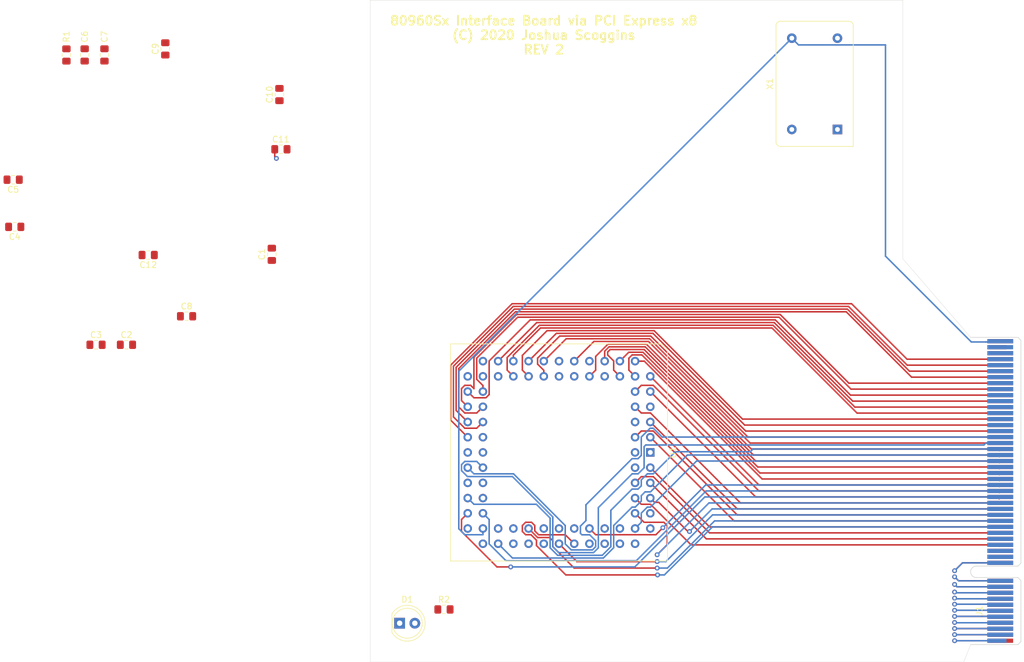
<source format=kicad_pcb>
(kicad_pcb (version 20171130) (host pcbnew 5.1.5)

  (general
    (thickness 1.57)
    (drawings 9)
    (tracks 426)
    (zones 0)
    (modules 18)
    (nets 85)
  )

  (page A4)
  (title_block
    (title "80960 Sx PCI Express Interface Board")
    (date 2020-02-02)
    (rev 4)
  )

  (layers
    (0 F.Cu signal)
    (1 In1.Cu signal)
    (2 In2.Cu signal)
    (31 B.Cu signal)
    (32 B.Adhes user)
    (33 F.Adhes user)
    (34 B.Paste user)
    (35 F.Paste user)
    (36 B.SilkS user)
    (37 F.SilkS user)
    (38 B.Mask user)
    (39 F.Mask user)
    (40 Dwgs.User user)
    (41 Cmts.User user)
    (42 Eco1.User user)
    (43 Eco2.User user)
    (44 Edge.Cuts user)
    (45 Margin user)
    (46 B.CrtYd user)
    (47 F.CrtYd user)
    (48 B.Fab user)
    (49 F.Fab user)
  )

  (setup
    (last_trace_width 0.25)
    (trace_clearance 0.2)
    (zone_clearance 0.508)
    (zone_45_only no)
    (trace_min 0.2)
    (via_size 0.8)
    (via_drill 0.4)
    (via_min_size 0.4)
    (via_min_drill 0.3)
    (blind_buried_vias_allowed yes)
    (uvia_size 0.3)
    (uvia_drill 0.1)
    (uvias_allowed yes)
    (uvia_min_size 0.2)
    (uvia_min_drill 0.1)
    (edge_width 0.05)
    (segment_width 0.2)
    (pcb_text_width 0.3)
    (pcb_text_size 1.5 1.5)
    (mod_edge_width 0.12)
    (mod_text_size 1 1)
    (mod_text_width 0.15)
    (pad_size 1.524 1.524)
    (pad_drill 0.762)
    (pad_to_mask_clearance 0.051)
    (solder_mask_min_width 0.25)
    (aux_axis_origin 0 0)
    (visible_elements FFFFFF7F)
    (pcbplotparams
      (layerselection 0x010fc_ffffffff)
      (usegerberextensions false)
      (usegerberattributes false)
      (usegerberadvancedattributes false)
      (creategerberjobfile false)
      (excludeedgelayer true)
      (linewidth 0.100000)
      (plotframeref false)
      (viasonmask false)
      (mode 1)
      (useauxorigin false)
      (hpglpennumber 1)
      (hpglpenspeed 20)
      (hpglpendiameter 15.000000)
      (psnegative false)
      (psa4output false)
      (plotreference true)
      (plotvalue true)
      (plotinvisibletext false)
      (padsonsilk false)
      (subtractmaskfromsilk false)
      (outputformat 1)
      (mirror false)
      (drillshape 1)
      (scaleselection 1)
      (outputdirectory ""))
  )

  (net 0 "")
  (net 1 +5V)
  (net 2 GND)
  (net 3 /AS_)
  (net 4 /RESET_)
  (net 5 /DEN_)
  (net 6 /DTR)
  (net 7 /BLAST_)
  (net 8 /CLK2)
  (net 9 /BE1_)
  (net 10 "Net-(J1-PadB49)")
  (net 11 "Net-(J1-PadB48)")
  (net 12 "Net-(J1-PadB47)")
  (net 13 /ALE)
  (net 14 /READY_)
  (net 15 /HOLD)
  (net 16 /HLDA)
  (net 17 /WR)
  (net 18 /LOCK_)
  (net 19 /BE0_)
  (net 20 /A3)
  (net 21 /A2)
  (net 22 /A1)
  (net 23 /D0)
  (net 24 /AD1)
  (net 25 /AD2)
  (net 26 /AD3)
  (net 27 /AD4)
  (net 28 /AD5)
  (net 29 /AD6)
  (net 30 /AD7)
  (net 31 /AD8)
  (net 32 /AD9)
  (net 33 /INT3)
  (net 34 /INT2)
  (net 35 /INT1)
  (net 36 /INT0)
  (net 37 /A16)
  (net 38 /A17)
  (net 39 /A18)
  (net 40 /A19)
  (net 41 /A20)
  (net 42 /A21)
  (net 43 /A22)
  (net 44 /A23)
  (net 45 /A24)
  (net 46 /A25)
  (net 47 /A30)
  (net 48 /A29)
  (net 49 /A28)
  (net 50 /A27)
  (net 51 /A26)
  (net 52 /A31)
  (net 53 /AD14)
  (net 54 /AD13)
  (net 55 /AD12)
  (net 56 /AD11)
  (net 57 /AD10)
  (net 58 /AD15)
  (net 59 "Net-(U1-Pad75)")
  (net 60 "Net-(U1-Pad23)")
  (net 61 "Net-(U1-Pad42)")
  (net 62 "Net-(U1-Pad50)")
  (net 63 "Net-(U1-Pad65)")
  (net 64 "Net-(X1-Pad1)")
  (net 65 "Net-(J1-PadA41)")
  (net 66 "Net-(J1-PadA40)")
  (net 67 "Net-(J1-PadA39)")
  (net 68 "Net-(J1-PadA38)")
  (net 69 "Net-(J1-PadA37)")
  (net 70 "Net-(J1-PadA36)")
  (net 71 "Net-(J1-PadA35)")
  (net 72 "Net-(J1-PadA34)")
  (net 73 "Net-(J1-PadB14)")
  (net 74 "Net-(J1-PadB13)")
  (net 75 "Net-(J1-PadA42)")
  (net 76 "Net-(J1-PadA43)")
  (net 77 "Net-(J1-PadA44)")
  (net 78 "Net-(J1-PadA45)")
  (net 79 "Net-(J1-PadA46)")
  (net 80 "Net-(J1-PadA26)")
  (net 81 "Net-(J1-PadA28)")
  (net 82 "Net-(J1-PadA27)")
  (net 83 "Net-(D1-Pad2)")
  (net 84 "Net-(D1-Pad1)")

  (net_class Default "This is the default net class."
    (clearance 0.2)
    (trace_width 0.25)
    (via_dia 0.8)
    (via_drill 0.4)
    (uvia_dia 0.3)
    (uvia_drill 0.1)
    (add_net +5V)
    (add_net /A1)
    (add_net /A16)
    (add_net /A17)
    (add_net /A18)
    (add_net /A19)
    (add_net /A2)
    (add_net /A20)
    (add_net /A21)
    (add_net /A22)
    (add_net /A23)
    (add_net /A24)
    (add_net /A25)
    (add_net /A26)
    (add_net /A27)
    (add_net /A28)
    (add_net /A29)
    (add_net /A3)
    (add_net /A30)
    (add_net /A31)
    (add_net /AD1)
    (add_net /AD10)
    (add_net /AD11)
    (add_net /AD12)
    (add_net /AD13)
    (add_net /AD14)
    (add_net /AD15)
    (add_net /AD2)
    (add_net /AD3)
    (add_net /AD4)
    (add_net /AD5)
    (add_net /AD6)
    (add_net /AD7)
    (add_net /AD8)
    (add_net /AD9)
    (add_net /ALE)
    (add_net /AS_)
    (add_net /BE0_)
    (add_net /BE1_)
    (add_net /BLAST_)
    (add_net /CLK2)
    (add_net /D0)
    (add_net /DEN_)
    (add_net /DTR)
    (add_net /HLDA)
    (add_net /HOLD)
    (add_net /INT0)
    (add_net /INT1)
    (add_net /INT2)
    (add_net /INT3)
    (add_net /LOCK_)
    (add_net /READY_)
    (add_net /RESET_)
    (add_net /WR)
    (add_net GND)
    (add_net "Net-(D1-Pad1)")
    (add_net "Net-(D1-Pad2)")
    (add_net "Net-(J1-PadA26)")
    (add_net "Net-(J1-PadA27)")
    (add_net "Net-(J1-PadA28)")
    (add_net "Net-(J1-PadA34)")
    (add_net "Net-(J1-PadA35)")
    (add_net "Net-(J1-PadA36)")
    (add_net "Net-(J1-PadA37)")
    (add_net "Net-(J1-PadA38)")
    (add_net "Net-(J1-PadA39)")
    (add_net "Net-(J1-PadA40)")
    (add_net "Net-(J1-PadA41)")
    (add_net "Net-(J1-PadA42)")
    (add_net "Net-(J1-PadA43)")
    (add_net "Net-(J1-PadA44)")
    (add_net "Net-(J1-PadA45)")
    (add_net "Net-(J1-PadA46)")
    (add_net "Net-(J1-PadB13)")
    (add_net "Net-(J1-PadB14)")
    (add_net "Net-(J1-PadB47)")
    (add_net "Net-(J1-PadB48)")
    (add_net "Net-(J1-PadB49)")
    (add_net "Net-(U1-Pad23)")
    (add_net "Net-(U1-Pad42)")
    (add_net "Net-(U1-Pad50)")
    (add_net "Net-(U1-Pad65)")
    (add_net "Net-(U1-Pad75)")
    (add_net "Net-(X1-Pad1)")
  )

  (module Package_LCC:PLCC-84_THT-Socket (layer F.Cu) (tedit 5A02ECC8) (tstamp 5E37B530)
    (at 97.536 125.0315 270)
    (descr "PLCC, 84 pins, through hole")
    (tags "plcc leaded")
    (path /5E3740DE)
    (fp_text reference U1 (at 0 -3.77 90) (layer F.SilkS)
      (effects (font (size 1 1) (thickness 0.15)))
    )
    (fp_text value 80960Sx (at 0 34.25 90) (layer F.Fab)
      (effects (font (size 1 1) (thickness 0.15)))
    )
    (fp_line (start -17.025 -2.77) (end -18.025 -1.77) (layer F.Fab) (width 0.1))
    (fp_line (start -18.025 -1.77) (end -18.025 33.25) (layer F.Fab) (width 0.1))
    (fp_line (start -18.025 33.25) (end 18.025 33.25) (layer F.Fab) (width 0.1))
    (fp_line (start 18.025 33.25) (end 18.025 -2.77) (layer F.Fab) (width 0.1))
    (fp_line (start 18.025 -2.77) (end -17.025 -2.77) (layer F.Fab) (width 0.1))
    (fp_line (start -18.5 -3.26) (end -18.5 33.74) (layer F.CrtYd) (width 0.05))
    (fp_line (start -18.5 33.74) (end 18.5 33.74) (layer F.CrtYd) (width 0.05))
    (fp_line (start 18.5 33.74) (end 18.5 -3.26) (layer F.CrtYd) (width 0.05))
    (fp_line (start 18.5 -3.26) (end -18.5 -3.26) (layer F.CrtYd) (width 0.05))
    (fp_line (start -15.485 -0.23) (end -15.485 30.71) (layer F.Fab) (width 0.1))
    (fp_line (start -15.485 30.71) (end 15.485 30.71) (layer F.Fab) (width 0.1))
    (fp_line (start 15.485 30.71) (end 15.485 -0.23) (layer F.Fab) (width 0.1))
    (fp_line (start 15.485 -0.23) (end -15.485 -0.23) (layer F.Fab) (width 0.1))
    (fp_line (start -0.5 -2.77) (end 0 -1.77) (layer F.Fab) (width 0.1))
    (fp_line (start 0 -1.77) (end 0.5 -2.77) (layer F.Fab) (width 0.1))
    (fp_line (start -1 -2.87) (end -17.125 -2.87) (layer F.SilkS) (width 0.12))
    (fp_line (start -17.125 -2.87) (end -18.125 -1.87) (layer F.SilkS) (width 0.12))
    (fp_line (start -18.125 -1.87) (end -18.125 33.35) (layer F.SilkS) (width 0.12))
    (fp_line (start -18.125 33.35) (end 18.125 33.35) (layer F.SilkS) (width 0.12))
    (fp_line (start 18.125 33.35) (end 18.125 -2.87) (layer F.SilkS) (width 0.12))
    (fp_line (start 18.125 -2.87) (end 1 -2.87) (layer F.SilkS) (width 0.12))
    (fp_text user %R (at 0 15.24 90) (layer F.Fab)
      (effects (font (size 1 1) (thickness 0.15)))
    )
    (pad 2 thru_hole circle (at 0 2.54 270) (size 1.4224 1.4224) (drill 0.8) (layers *.Cu *.Mask))
    (pad 4 thru_hole circle (at -2.54 2.54 270) (size 1.4224 1.4224) (drill 0.8) (layers *.Cu *.Mask)
      (net 51 /A26))
    (pad 6 thru_hole circle (at -5.08 2.54 270) (size 1.4224 1.4224) (drill 0.8) (layers *.Cu *.Mask)
      (net 1 +5V))
    (pad 8 thru_hole circle (at -7.62 2.54 270) (size 1.4224 1.4224) (drill 0.8) (layers *.Cu *.Mask)
      (net 45 /A24))
    (pad 10 thru_hole circle (at -10.16 2.54 270) (size 1.4224 1.4224) (drill 0.8) (layers *.Cu *.Mask)
      (net 43 /A22))
    (pad 84 thru_hole circle (at 2.54 2.54 270) (size 1.4224 1.4224) (drill 0.8) (layers *.Cu *.Mask)
      (net 2 GND))
    (pad 82 thru_hole circle (at 5.08 2.54 270) (size 1.4224 1.4224) (drill 0.8) (layers *.Cu *.Mask)
      (net 48 /A29))
    (pad 80 thru_hole circle (at 7.62 2.54 270) (size 1.4224 1.4224) (drill 0.8) (layers *.Cu *.Mask)
      (net 52 /A31))
    (pad 78 thru_hole circle (at 10.16 2.54 270) (size 1.4224 1.4224) (drill 0.8) (layers *.Cu *.Mask)
      (net 13 /ALE))
    (pad 76 thru_hole circle (at 12.7 2.54 270) (size 1.4224 1.4224) (drill 0.8) (layers *.Cu *.Mask)
      (net 3 /AS_))
    (pad 74 thru_hole circle (at 15.24 2.54 270) (size 1.4224 1.4224) (drill 0.8) (layers *.Cu *.Mask)
      (net 2 GND))
    (pad 1 thru_hole rect (at 0 0 270) (size 1.4224 1.4224) (drill 0.8) (layers *.Cu *.Mask)
      (net 1 +5V))
    (pad 3 thru_hole circle (at -2.54 0 270) (size 1.4224 1.4224) (drill 0.8) (layers *.Cu *.Mask)
      (net 50 /A27))
    (pad 5 thru_hole circle (at -5.08 0 270) (size 1.4224 1.4224) (drill 0.8) (layers *.Cu *.Mask)
      (net 46 /A25))
    (pad 7 thru_hole circle (at -7.62 0 270) (size 1.4224 1.4224) (drill 0.8) (layers *.Cu *.Mask)
      (net 2 GND))
    (pad 9 thru_hole circle (at -10.16 0 270) (size 1.4224 1.4224) (drill 0.8) (layers *.Cu *.Mask)
      (net 44 /A23))
    (pad 11 thru_hole circle (at -12.7 0 270) (size 1.4224 1.4224) (drill 0.8) (layers *.Cu *.Mask)
      (net 42 /A21))
    (pad 83 thru_hole circle (at 2.54 0 270) (size 1.4224 1.4224) (drill 0.8) (layers *.Cu *.Mask)
      (net 49 /A28))
    (pad 81 thru_hole circle (at 5.08 0 270) (size 1.4224 1.4224) (drill 0.8) (layers *.Cu *.Mask)
      (net 47 /A30))
    (pad 79 thru_hole circle (at 7.62 0 270) (size 1.4224 1.4224) (drill 0.8) (layers *.Cu *.Mask)
      (net 14 /READY_))
    (pad 77 thru_hole circle (at 10.16 0 270) (size 1.4224 1.4224) (drill 0.8) (layers *.Cu *.Mask)
      (net 2 GND))
    (pad 75 thru_hole circle (at 12.7 0 270) (size 1.4224 1.4224) (drill 0.8) (layers *.Cu *.Mask)
      (net 59 "Net-(U1-Pad75)"))
    (pad 13 thru_hole circle (at -12.7 2.54 270) (size 1.4224 1.4224) (drill 0.8) (layers *.Cu *.Mask)
      (net 40 /A19))
    (pad 15 thru_hole circle (at -12.7 5.08 270) (size 1.4224 1.4224) (drill 0.8) (layers *.Cu *.Mask)
      (net 38 /A17))
    (pad 17 thru_hole circle (at -12.7 7.62 270) (size 1.4224 1.4224) (drill 0.8) (layers *.Cu *.Mask)
      (net 1 +5V))
    (pad 19 thru_hole circle (at -12.7 10.16 270) (size 1.4224 1.4224) (drill 0.8) (layers *.Cu *.Mask)
      (net 58 /AD15))
    (pad 21 thru_hole circle (at -12.7 12.7 270) (size 1.4224 1.4224) (drill 0.8) (layers *.Cu *.Mask)
      (net 1 +5V))
    (pad 23 thru_hole circle (at -12.7 15.24 270) (size 1.4224 1.4224) (drill 0.8) (layers *.Cu *.Mask)
      (net 60 "Net-(U1-Pad23)"))
    (pad 25 thru_hole circle (at -12.7 17.78 270) (size 1.4224 1.4224) (drill 0.8) (layers *.Cu *.Mask)
      (net 55 /AD12))
    (pad 27 thru_hole circle (at -12.7 20.32 270) (size 1.4224 1.4224) (drill 0.8) (layers *.Cu *.Mask)
      (net 57 /AD10))
    (pad 29 thru_hole circle (at -12.7 22.86 270) (size 1.4224 1.4224) (drill 0.8) (layers *.Cu *.Mask)
      (net 31 /AD8))
    (pad 31 thru_hole circle (at -12.7 25.4 270) (size 1.4224 1.4224) (drill 0.8) (layers *.Cu *.Mask)
      (net 1 +5V))
    (pad 12 thru_hole circle (at -15.24 2.54 270) (size 1.4224 1.4224) (drill 0.8) (layers *.Cu *.Mask)
      (net 41 /A20))
    (pad 14 thru_hole circle (at -15.24 5.08 270) (size 1.4224 1.4224) (drill 0.8) (layers *.Cu *.Mask)
      (net 39 /A18))
    (pad 16 thru_hole circle (at -15.24 7.62 270) (size 1.4224 1.4224) (drill 0.8) (layers *.Cu *.Mask)
      (net 37 /A16))
    (pad 18 thru_hole circle (at -15.24 10.16 270) (size 1.4224 1.4224) (drill 0.8) (layers *.Cu *.Mask)
      (net 2 GND))
    (pad 20 thru_hole circle (at -15.24 12.7 270) (size 1.4224 1.4224) (drill 0.8) (layers *.Cu *.Mask)
      (net 53 /AD14))
    (pad 22 thru_hole circle (at -15.24 15.24 270) (size 1.4224 1.4224) (drill 0.8) (layers *.Cu *.Mask)
      (net 2 GND))
    (pad 24 thru_hole circle (at -15.24 17.78 270) (size 1.4224 1.4224) (drill 0.8) (layers *.Cu *.Mask)
      (net 54 /AD13))
    (pad 26 thru_hole circle (at -15.24 20.32 270) (size 1.4224 1.4224) (drill 0.8) (layers *.Cu *.Mask)
      (net 56 /AD11))
    (pad 28 thru_hole circle (at -15.24 22.86 270) (size 1.4224 1.4224) (drill 0.8) (layers *.Cu *.Mask)
      (net 32 /AD9))
    (pad 30 thru_hole circle (at -15.24 25.4 270) (size 1.4224 1.4224) (drill 0.8) (layers *.Cu *.Mask)
      (net 30 /AD7))
    (pad 32 thru_hole circle (at -15.24 27.94 270) (size 1.4224 1.4224) (drill 0.8) (layers *.Cu *.Mask)
      (net 2 GND))
    (pad 34 thru_hole circle (at -12.7 27.94 270) (size 1.4224 1.4224) (drill 0.8) (layers *.Cu *.Mask)
      (net 2 GND))
    (pad 36 thru_hole circle (at -10.16 27.94 270) (size 1.4224 1.4224) (drill 0.8) (layers *.Cu *.Mask)
      (net 28 /AD5))
    (pad 38 thru_hole circle (at -7.62 27.94 270) (size 1.4224 1.4224) (drill 0.8) (layers *.Cu *.Mask)
      (net 26 /AD3))
    (pad 40 thru_hole circle (at -5.08 27.94 270) (size 1.4224 1.4224) (drill 0.8) (layers *.Cu *.Mask)
      (net 24 /AD1))
    (pad 42 thru_hole circle (at -2.54 27.94 270) (size 1.4224 1.4224) (drill 0.8) (layers *.Cu *.Mask)
      (net 61 "Net-(U1-Pad42)"))
    (pad 44 thru_hole circle (at 0 27.94 270) (size 1.4224 1.4224) (drill 0.8) (layers *.Cu *.Mask)
      (net 1 +5V))
    (pad 46 thru_hole circle (at 2.54 27.94 270) (size 1.4224 1.4224) (drill 0.8) (layers *.Cu *.Mask)
      (net 21 /A2))
    (pad 48 thru_hole circle (at 5.08 27.94 270) (size 1.4224 1.4224) (drill 0.8) (layers *.Cu *.Mask)
      (net 2 GND))
    (pad 50 thru_hole circle (at 7.62 27.94 270) (size 1.4224 1.4224) (drill 0.8) (layers *.Cu *.Mask)
      (net 62 "Net-(U1-Pad50)"))
    (pad 52 thru_hole circle (at 10.16 27.94 270) (size 1.4224 1.4224) (drill 0.8) (layers *.Cu *.Mask)
      (net 19 /BE0_))
    (pad 33 thru_hole circle (at -12.7 30.48 270) (size 1.4224 1.4224) (drill 0.8) (layers *.Cu *.Mask)
      (net 1 +5V))
    (pad 35 thru_hole circle (at -10.16 30.48 270) (size 1.4224 1.4224) (drill 0.8) (layers *.Cu *.Mask)
      (net 29 /AD6))
    (pad 37 thru_hole circle (at -7.62 30.48 270) (size 1.4224 1.4224) (drill 0.8) (layers *.Cu *.Mask)
      (net 27 /AD4))
    (pad 39 thru_hole circle (at -5.08 30.48 270) (size 1.4224 1.4224) (drill 0.8) (layers *.Cu *.Mask)
      (net 25 /AD2))
    (pad 41 thru_hole circle (at -2.54 30.48 270) (size 1.4224 1.4224) (drill 0.8) (layers *.Cu *.Mask)
      (net 23 /D0))
    (pad 43 thru_hole circle (at 0 30.48 270) (size 1.4224 1.4224) (drill 0.8) (layers *.Cu *.Mask)
      (net 2 GND))
    (pad 45 thru_hole circle (at 2.54 30.48 270) (size 1.4224 1.4224) (drill 0.8) (layers *.Cu *.Mask)
      (net 20 /A3))
    (pad 47 thru_hole circle (at 5.08 30.48 270) (size 1.4224 1.4224) (drill 0.8) (layers *.Cu *.Mask)
      (net 1 +5V))
    (pad 49 thru_hole circle (at 7.62 30.48 270) (size 1.4224 1.4224) (drill 0.8) (layers *.Cu *.Mask)
      (net 22 /A1))
    (pad 51 thru_hole circle (at 10.16 30.48 270) (size 1.4224 1.4224) (drill 0.8) (layers *.Cu *.Mask)
      (net 9 /BE1_))
    (pad 53 thru_hole circle (at 12.7 30.48 270) (size 1.4224 1.4224) (drill 0.8) (layers *.Cu *.Mask)
      (net 1 +5V))
    (pad 55 thru_hole circle (at 12.7 27.94 270) (size 1.4224 1.4224) (drill 0.8) (layers *.Cu *.Mask)
      (net 8 /CLK2))
    (pad 57 thru_hole circle (at 12.7 25.4 270) (size 1.4224 1.4224) (drill 0.8) (layers *.Cu *.Mask)
      (net 36 /INT0))
    (pad 59 thru_hole circle (at 12.7 22.86 270) (size 1.4224 1.4224) (drill 0.8) (layers *.Cu *.Mask)
      (net 34 /INT2))
    (pad 61 thru_hole circle (at 12.7 20.32 270) (size 1.4224 1.4224) (drill 0.8) (layers *.Cu *.Mask)
      (net 16 /HLDA))
    (pad 63 thru_hole circle (at 12.7 17.78 270) (size 1.4224 1.4224) (drill 0.8) (layers *.Cu *.Mask)
      (net 2 GND))
    (pad 65 thru_hole circle (at 12.7 15.24 270) (size 1.4224 1.4224) (drill 0.8) (layers *.Cu *.Mask)
      (net 63 "Net-(U1-Pad65)"))
    (pad 67 thru_hole circle (at 12.7 12.7 270) (size 1.4224 1.4224) (drill 0.8) (layers *.Cu *.Mask)
      (net 5 /DEN_))
    (pad 69 thru_hole circle (at 12.7 10.16 270) (size 1.4224 1.4224) (drill 0.8) (layers *.Cu *.Mask)
      (net 7 /BLAST_))
    (pad 71 thru_hole circle (at 12.7 7.62 270) (size 1.4224 1.4224) (drill 0.8) (layers *.Cu *.Mask)
      (net 1 +5V))
    (pad 73 thru_hole circle (at 12.7 5.08 270) (size 1.4224 1.4224) (drill 0.8) (layers *.Cu *.Mask)
      (net 1 +5V))
    (pad 54 thru_hole circle (at 15.24 27.94 270) (size 1.4224 1.4224) (drill 0.8) (layers *.Cu *.Mask)
      (net 2 GND))
    (pad 56 thru_hole circle (at 15.24 25.4 270) (size 1.4224 1.4224) (drill 0.8) (layers *.Cu *.Mask)
      (net 4 /RESET_))
    (pad 58 thru_hole circle (at 15.24 22.86 270) (size 1.4224 1.4224) (drill 0.8) (layers *.Cu *.Mask)
      (net 35 /INT1))
    (pad 60 thru_hole circle (at 15.24 20.32 270) (size 1.4224 1.4224) (drill 0.8) (layers *.Cu *.Mask)
      (net 33 /INT3))
    (pad 62 thru_hole circle (at 15.24 17.78 270) (size 1.4224 1.4224) (drill 0.8) (layers *.Cu *.Mask)
      (net 1 +5V))
    (pad 64 thru_hole circle (at 15.24 15.24 270) (size 1.4224 1.4224) (drill 0.8) (layers *.Cu *.Mask)
      (net 15 /HOLD))
    (pad 66 thru_hole circle (at 15.24 12.7 270) (size 1.4224 1.4224) (drill 0.8) (layers *.Cu *.Mask)
      (net 17 /WR))
    (pad 68 thru_hole circle (at 15.24 10.16 270) (size 1.4224 1.4224) (drill 0.8) (layers *.Cu *.Mask)
      (net 6 /DTR))
    (pad 70 thru_hole circle (at 15.24 7.62 270) (size 1.4224 1.4224) (drill 0.8) (layers *.Cu *.Mask)
      (net 18 /LOCK_))
    (pad 72 thru_hole circle (at 15.24 5.08 270) (size 1.4224 1.4224) (drill 0.8) (layers *.Cu *.Mask)
      (net 2 GND))
    (model ${KISYS3DMOD}/Package_LCC.3dshapes/PLCC-84_THT-Socket.wrl
      (at (xyz 0 0 0))
      (scale (xyz 1 1 1))
      (rotate (xyz 0 0 0))
    )
  )

  (module Resistor_SMD:R_0805_2012Metric_Pad1.15x1.40mm_HandSolder (layer F.Cu) (tedit 5B36C52B) (tstamp 5E5A233E)
    (at 63.0895 151.243)
    (descr "Resistor SMD 0805 (2012 Metric), square (rectangular) end terminal, IPC_7351 nominal with elongated pad for handsoldering. (Body size source: https://docs.google.com/spreadsheets/d/1BsfQQcO9C6DZCsRaXUlFlo91Tg2WpOkGARC1WS5S8t0/edit?usp=sharing), generated with kicad-footprint-generator")
    (tags "resistor handsolder")
    (path /5E5AFEB4)
    (attr smd)
    (fp_text reference R2 (at 0 -1.65) (layer F.SilkS)
      (effects (font (size 1 1) (thickness 0.15)))
    )
    (fp_text value 330 (at 0 1.65) (layer F.Fab)
      (effects (font (size 1 1) (thickness 0.15)))
    )
    (fp_text user %R (at 0 0) (layer F.Fab)
      (effects (font (size 0.5 0.5) (thickness 0.08)))
    )
    (fp_line (start 1.85 0.95) (end -1.85 0.95) (layer F.CrtYd) (width 0.05))
    (fp_line (start 1.85 -0.95) (end 1.85 0.95) (layer F.CrtYd) (width 0.05))
    (fp_line (start -1.85 -0.95) (end 1.85 -0.95) (layer F.CrtYd) (width 0.05))
    (fp_line (start -1.85 0.95) (end -1.85 -0.95) (layer F.CrtYd) (width 0.05))
    (fp_line (start -0.261252 0.71) (end 0.261252 0.71) (layer F.SilkS) (width 0.12))
    (fp_line (start -0.261252 -0.71) (end 0.261252 -0.71) (layer F.SilkS) (width 0.12))
    (fp_line (start 1 0.6) (end -1 0.6) (layer F.Fab) (width 0.1))
    (fp_line (start 1 -0.6) (end 1 0.6) (layer F.Fab) (width 0.1))
    (fp_line (start -1 -0.6) (end 1 -0.6) (layer F.Fab) (width 0.1))
    (fp_line (start -1 0.6) (end -1 -0.6) (layer F.Fab) (width 0.1))
    (pad 2 smd roundrect (at 1.025 0) (size 1.15 1.4) (layers F.Cu F.Paste F.Mask) (roundrect_rratio 0.217391)
      (net 1 +5V))
    (pad 1 smd roundrect (at -1.025 0) (size 1.15 1.4) (layers F.Cu F.Paste F.Mask) (roundrect_rratio 0.217391)
      (net 83 "Net-(D1-Pad2)"))
    (model ${KISYS3DMOD}/Resistor_SMD.3dshapes/R_0805_2012Metric.wrl
      (at (xyz 0 0 0))
      (scale (xyz 1 1 1))
      (rotate (xyz 0 0 0))
    )
  )

  (module LED_THT:LED_D5.0mm (layer F.Cu) (tedit 5995936A) (tstamp 5E5A2231)
    (at 55.6895 153.543)
    (descr "LED, diameter 5.0mm, 2 pins, http://cdn-reichelt.de/documents/datenblatt/A500/LL-504BC2E-009.pdf")
    (tags "LED diameter 5.0mm 2 pins")
    (path /5E5AF325)
    (fp_text reference D1 (at 1.27 -3.96) (layer F.SilkS)
      (effects (font (size 1 1) (thickness 0.15)))
    )
    (fp_text value "POWER LED" (at 1.27 3.96) (layer F.Fab)
      (effects (font (size 1 1) (thickness 0.15)))
    )
    (fp_text user %R (at 1.25 0) (layer F.Fab)
      (effects (font (size 0.8 0.8) (thickness 0.2)))
    )
    (fp_line (start 4.5 -3.25) (end -1.95 -3.25) (layer F.CrtYd) (width 0.05))
    (fp_line (start 4.5 3.25) (end 4.5 -3.25) (layer F.CrtYd) (width 0.05))
    (fp_line (start -1.95 3.25) (end 4.5 3.25) (layer F.CrtYd) (width 0.05))
    (fp_line (start -1.95 -3.25) (end -1.95 3.25) (layer F.CrtYd) (width 0.05))
    (fp_line (start -1.29 -1.545) (end -1.29 1.545) (layer F.SilkS) (width 0.12))
    (fp_line (start -1.23 -1.469694) (end -1.23 1.469694) (layer F.Fab) (width 0.1))
    (fp_circle (center 1.27 0) (end 3.77 0) (layer F.SilkS) (width 0.12))
    (fp_circle (center 1.27 0) (end 3.77 0) (layer F.Fab) (width 0.1))
    (fp_arc (start 1.27 0) (end -1.29 1.54483) (angle -148.9) (layer F.SilkS) (width 0.12))
    (fp_arc (start 1.27 0) (end -1.29 -1.54483) (angle 148.9) (layer F.SilkS) (width 0.12))
    (fp_arc (start 1.27 0) (end -1.23 -1.469694) (angle 299.1) (layer F.Fab) (width 0.1))
    (pad 2 thru_hole circle (at 2.54 0) (size 1.8 1.8) (drill 0.9) (layers *.Cu *.Mask)
      (net 83 "Net-(D1-Pad2)"))
    (pad 1 thru_hole rect (at 0 0) (size 1.8 1.8) (drill 0.9) (layers *.Cu *.Mask)
      (net 84 "Net-(D1-Pad1)"))
    (model ${KISYS3DMOD}/LED_THT.3dshapes/LED_D5.0mm.wrl
      (at (xyz 0 0 0))
      (scale (xyz 1 1 1))
      (rotate (xyz 0 0 0))
    )
  )

  (module Connector_PCBEdge:BUS_PCIexpress_x8 (layer F.Cu) (tedit 5DBD33FF) (tstamp 5E49AE17)
    (at 155.956 156.464 90)
    (descr "PCIexpress Bus Edge Connector x1 http://www.ritrontek.com/uploadfile/2016/1026/20161026105231124.pdf#page=70")
    (tags PCIe)
    (path /5E384F11)
    (attr virtual)
    (fp_text reference J1 (at 5 -3.5 90) (layer F.SilkS)
      (effects (font (size 1 1) (thickness 0.15)))
    )
    (fp_text value PCIE-098-02-X-D-TH (at 10.33 -8.01 90) (layer F.Fab)
      (effects (font (size 1 1) (thickness 0.15)))
    )
    (fp_arc (start 11.5 -4) (end 12.45 -4) (angle -180) (layer Edge.Cuts) (width 0.1))
    (fp_text user "PCB Thickness 1.57 mm" (at 5 2.8 270) (layer Cmts.User)
      (effects (font (size 0.5 0.5) (thickness 0.1)))
    )
    (fp_line (start 50.65 2.95) (end 50.15 3.45) (layer Edge.Cuts) (width 0.1))
    (fp_line (start 12.45 2.95) (end 12.95 3.45) (layer Edge.Cuts) (width 0.1))
    (fp_line (start 10.55 2.95) (end 10.05 3.45) (layer Edge.Cuts) (width 0.1))
    (fp_line (start -0.65 2.95) (end -0.15 3.45) (layer Edge.Cuts) (width 0.1))
    (fp_line (start 12.95 3.45) (end 50.15 3.45) (layer Edge.Cuts) (width 0.1))
    (fp_line (start 50.65 -4.95) (end 50.65 2.95) (layer Edge.Cuts) (width 0.1))
    (fp_line (start -0.15 3.45) (end 10.05 3.45) (layer Edge.Cuts) (width 0.1))
    (fp_line (start -0.65 -4.95) (end -0.65 2.95) (layer Edge.Cuts) (width 0.1))
    (fp_line (start 12.45 -4) (end 12.45 2.95) (layer Edge.Cuts) (width 0.1))
    (fp_line (start 10.55 -4) (end 10.55 2.95) (layer Edge.Cuts) (width 0.1))
    (fp_line (start 51.15 3.95) (end -1.15 3.95) (layer F.CrtYd) (width 0.05))
    (fp_line (start 51.15 3.95) (end 51.15 -5.45) (layer F.CrtYd) (width 0.05))
    (fp_line (start -1.15 -5.45) (end -1.15 3.95) (layer F.CrtYd) (width 0.05))
    (fp_line (start -1.15 -5.45) (end 51.15 -5.45) (layer F.CrtYd) (width 0.05))
    (fp_text user %R (at 16 -3.5 90) (layer F.Fab)
      (effects (font (size 1 1) (thickness 0.15)))
    )
    (pad A49 connect rect (at 50 0 90) (size 0.7 4.3) (layers B.Cu B.Mask)
      (net 8 /CLK2))
    (pad A48 connect rect (at 49 0 90) (size 0.7 4.3) (layers B.Cu B.Mask)
      (net 6 /DTR))
    (pad A47 connect rect (at 48 0 90) (size 0.7 4.3) (layers B.Cu B.Mask)
      (net 5 /DEN_))
    (pad A46 connect rect (at 47 0 90) (size 0.7 4.3) (layers B.Cu B.Mask)
      (net 79 "Net-(J1-PadA46)"))
    (pad A45 connect rect (at 46 0 90) (size 0.7 4.3) (layers B.Cu B.Mask)
      (net 78 "Net-(J1-PadA45)"))
    (pad A44 connect rect (at 45 0 90) (size 0.7 4.3) (layers B.Cu B.Mask)
      (net 77 "Net-(J1-PadA44)"))
    (pad A43 connect rect (at 44 0 90) (size 0.7 4.3) (layers B.Cu B.Mask)
      (net 76 "Net-(J1-PadA43)"))
    (pad A42 connect rect (at 43 0 90) (size 0.7 4.3) (layers B.Cu B.Mask)
      (net 75 "Net-(J1-PadA42)"))
    (pad A13 connect rect (at 14 0 90) (size 0.7 4.3) (layers B.Cu B.Mask)
      (net 36 /INT0))
    (pad A12 connect rect (at 13 0 90) (size 0.7 4.3) (layers B.Cu B.Mask)
      (net 2 GND))
    (pad A18 connect rect (at 19 0 90) (size 0.7 4.3) (layers B.Cu B.Mask)
      (net 17 /WR))
    (pad A17 connect rect (at 18 0 90) (size 0.7 4.3) (layers B.Cu B.Mask)
      (net 18 /LOCK_))
    (pad A16 connect rect (at 17 0 90) (size 0.7 4.3) (layers B.Cu B.Mask)
      (net 33 /INT3))
    (pad A15 connect rect (at 16 0 90) (size 0.7 4.3) (layers B.Cu B.Mask)
      (net 34 /INT2))
    (pad A14 connect rect (at 15 0 90) (size 0.7 4.3) (layers B.Cu B.Mask)
      (net 35 /INT1))
    (pad A11 connect rect (at 10 0 90) (size 0.7 4.3) (layers B.Cu B.Mask)
      (net 1 +5V))
    (pad A10 connect rect (at 9 0 90) (size 0.7 4.3) (layers B.Cu B.Mask)
      (net 2 GND))
    (pad A9 connect rect (at 8 0 90) (size 0.7 4.3) (layers B.Cu B.Mask)
      (net 1 +5V))
    (pad A8 connect rect (at 7 0 90) (size 0.7 4.3) (layers B.Cu B.Mask)
      (net 2 GND))
    (pad A7 connect rect (at 6 0 90) (size 0.7 4.3) (layers B.Cu B.Mask)
      (net 1 +5V))
    (pad A6 connect rect (at 5 0 90) (size 0.7 4.3) (layers B.Cu B.Mask)
      (net 2 GND))
    (pad A5 connect rect (at 4 0 90) (size 0.7 4.3) (layers B.Cu B.Mask)
      (net 1 +5V))
    (pad A4 connect rect (at 3 0 90) (size 0.7 4.3) (layers B.Cu B.Mask)
      (net 2 GND))
    (pad A3 connect rect (at 2 0 90) (size 0.7 4.3) (layers B.Cu B.Mask)
      (net 1 +5V))
    (pad A2 connect rect (at 1 0 90) (size 0.7 4.3) (layers B.Cu B.Mask)
      (net 2 GND))
    (pad A1 connect rect (at 0 -0.55 90) (size 0.7 3.2) (layers B.Cu B.Mask)
      (net 1 +5V))
    (pad B13 connect rect (at 14 0 90) (size 0.7 4.3) (layers F.Cu F.Mask)
      (net 74 "Net-(J1-PadB13)"))
    (pad B12 connect rect (at 13 0 90) (size 0.7 4.3) (layers F.Cu F.Mask)
      (net 2 GND))
    (pad B18 connect rect (at 19 0 90) (size 0.7 4.3) (layers F.Cu F.Mask)
      (net 49 /A28))
    (pad B17 connect rect (at 18 0 90) (size 0.7 4.3) (layers F.Cu F.Mask)
      (net 48 /A29))
    (pad B16 connect rect (at 17 0 90) (size 0.7 4.3) (layers F.Cu F.Mask)
      (net 47 /A30))
    (pad B15 connect rect (at 16 0 90) (size 0.7 4.3) (layers F.Cu F.Mask)
      (net 52 /A31))
    (pad B14 connect rect (at 15 0 90) (size 0.7 4.3) (layers F.Cu F.Mask)
      (net 73 "Net-(J1-PadB14)"))
    (pad B11 connect rect (at 10 0 90) (size 0.7 4.3) (layers F.Cu F.Mask)
      (net 1 +5V))
    (pad B10 connect rect (at 9 0 90) (size 0.7 4.3) (layers F.Cu F.Mask)
      (net 2 GND))
    (pad B9 connect rect (at 8 0 90) (size 0.7 4.3) (layers F.Cu F.Mask)
      (net 1 +5V))
    (pad B8 connect rect (at 7 0 90) (size 0.7 4.3) (layers F.Cu F.Mask)
      (net 2 GND))
    (pad B7 connect rect (at 6 0 90) (size 0.7 4.3) (layers F.Cu F.Mask)
      (net 1 +5V))
    (pad B6 connect rect (at 5 0 90) (size 0.7 4.3) (layers F.Cu F.Mask)
      (net 2 GND))
    (pad B5 connect rect (at 4 0 90) (size 0.7 4.3) (layers F.Cu F.Mask)
      (net 1 +5V))
    (pad B4 connect rect (at 3 0 90) (size 0.7 4.3) (layers F.Cu F.Mask)
      (net 2 GND))
    (pad B3 connect rect (at 2 0 90) (size 0.7 4.3) (layers F.Cu F.Mask)
      (net 1 +5V))
    (pad B2 connect rect (at 1 0 90) (size 0.7 4.3) (layers F.Cu F.Mask)
      (net 2 GND))
    (pad B1 connect rect (at 0 0 90) (size 0.7 4.3) (layers F.Cu F.Mask)
      (net 1 +5V))
    (pad B19 connect rect (at 20 0 90) (size 0.7 4.3) (layers F.Cu F.Mask)
      (net 50 /A27))
    (pad B20 connect rect (at 21 0 90) (size 0.7 4.3) (layers F.Cu F.Mask)
      (net 51 /A26))
    (pad B21 connect rect (at 22 0 90) (size 0.7 4.3) (layers F.Cu F.Mask)
      (net 46 /A25))
    (pad B22 connect rect (at 23 0 90) (size 0.7 4.3) (layers F.Cu F.Mask)
      (net 45 /A24))
    (pad B23 connect rect (at 24 0 90) (size 0.7 4.3) (layers F.Cu F.Mask)
      (net 44 /A23))
    (pad B24 connect rect (at 25 0 90) (size 0.7 4.3) (layers F.Cu F.Mask)
      (net 43 /A22))
    (pad B25 connect rect (at 26 0 90) (size 0.7 4.3) (layers F.Cu F.Mask)
      (net 42 /A21))
    (pad B26 connect rect (at 27 0 90) (size 0.7 4.3) (layers F.Cu F.Mask)
      (net 41 /A20))
    (pad B27 connect rect (at 28 0 90) (size 0.7 4.3) (layers F.Cu F.Mask)
      (net 40 /A19))
    (pad B28 connect rect (at 29 0 90) (size 0.7 4.3) (layers F.Cu F.Mask)
      (net 39 /A18))
    (pad B29 connect rect (at 30 0 90) (size 0.7 4.3) (layers F.Cu F.Mask)
      (net 38 /A17))
    (pad B30 connect rect (at 31 0 90) (size 0.7 4.3) (layers F.Cu F.Mask)
      (net 37 /A16))
    (pad B31 connect rect (at 32 0 90) (size 0.7 4.3) (layers F.Cu F.Mask)
      (net 58 /AD15))
    (pad B32 connect rect (at 33 0 90) (size 0.7 4.3) (layers F.Cu F.Mask)
      (net 53 /AD14))
    (pad A19 connect rect (at 20 0 90) (size 0.7 4.3) (layers B.Cu B.Mask)
      (net 16 /HLDA))
    (pad A20 connect rect (at 21 0 90) (size 0.7 4.3) (layers B.Cu B.Mask)
      (net 15 /HOLD))
    (pad A21 connect rect (at 22 0 90) (size 0.7 4.3) (layers B.Cu B.Mask)
      (net 14 /READY_))
    (pad A22 connect rect (at 23 0 90) (size 0.7 4.3) (layers B.Cu B.Mask)
      (net 13 /ALE))
    (pad A23 connect rect (at 24 0 90) (size 0.7 4.3) (layers B.Cu B.Mask)
      (net 9 /BE1_))
    (pad A24 connect rect (at 25 0 90) (size 0.7 4.3) (layers B.Cu B.Mask)
      (net 19 /BE0_))
    (pad A25 connect rect (at 26 0 90) (size 0.7 4.3) (layers B.Cu B.Mask)
      (net 7 /BLAST_))
    (pad A26 connect rect (at 27 0 90) (size 0.7 4.3) (layers B.Cu B.Mask)
      (net 80 "Net-(J1-PadA26)"))
    (pad A27 connect rect (at 28 0 90) (size 0.7 4.3) (layers B.Cu B.Mask)
      (net 82 "Net-(J1-PadA27)"))
    (pad A28 connect rect (at 29 0 90) (size 0.7 4.3) (layers B.Cu B.Mask)
      (net 81 "Net-(J1-PadA28)"))
    (pad A29 connect rect (at 30 0 90) (size 0.7 4.3) (layers B.Cu B.Mask)
      (net 3 /AS_))
    (pad A30 connect rect (at 31 0 90) (size 0.7 4.3) (layers B.Cu B.Mask)
      (net 4 /RESET_))
    (pad A31 connect rect (at 32 0 90) (size 0.7 4.3) (layers B.Cu B.Mask)
      (net 22 /A1))
    (pad A32 connect rect (at 33 0 90) (size 0.7 4.3) (layers B.Cu B.Mask)
      (net 21 /A2))
    (pad B33 connect rect (at 34 0 90) (size 0.7 4.3) (layers F.Cu F.Mask)
      (net 54 /AD13))
    (pad B34 connect rect (at 35 0 90) (size 0.7 4.3) (layers F.Cu F.Mask)
      (net 55 /AD12))
    (pad B35 connect rect (at 36 0 90) (size 0.7 4.3) (layers F.Cu F.Mask)
      (net 56 /AD11))
    (pad B36 connect rect (at 37 0 90) (size 0.7 4.3) (layers F.Cu F.Mask)
      (net 57 /AD10))
    (pad B37 connect rect (at 38 0 90) (size 0.7 4.3) (layers F.Cu F.Mask)
      (net 32 /AD9))
    (pad B38 connect rect (at 39 0 90) (size 0.7 4.3) (layers F.Cu F.Mask)
      (net 31 /AD8))
    (pad B39 connect rect (at 40 0 90) (size 0.7 4.3) (layers F.Cu F.Mask)
      (net 30 /AD7))
    (pad B40 connect rect (at 41 0 90) (size 0.7 4.3) (layers F.Cu F.Mask)
      (net 29 /AD6))
    (pad B41 connect rect (at 42 0 90) (size 0.7 4.3) (layers F.Cu F.Mask)
      (net 28 /AD5))
    (pad B42 connect rect (at 43 0 90) (size 0.7 4.3) (layers F.Cu F.Mask)
      (net 27 /AD4))
    (pad B43 connect rect (at 44 0 90) (size 0.7 4.3) (layers F.Cu F.Mask)
      (net 26 /AD3))
    (pad B44 connect rect (at 45 0 90) (size 0.7 4.3) (layers F.Cu F.Mask)
      (net 25 /AD2))
    (pad B45 connect rect (at 46 0 90) (size 0.7 4.3) (layers F.Cu F.Mask)
      (net 24 /AD1))
    (pad B46 connect rect (at 47 0 90) (size 0.7 4.3) (layers F.Cu F.Mask)
      (net 23 /D0))
    (pad B47 connect rect (at 48 0 90) (size 0.7 4.3) (layers F.Cu F.Mask)
      (net 12 "Net-(J1-PadB47)"))
    (pad B48 connect rect (at 49 -0.55 90) (size 0.7 3.2) (layers F.Cu F.Mask)
      (net 11 "Net-(J1-PadB48)"))
    (pad B49 connect rect (at 50 0 90) (size 0.7 4.3) (layers F.Cu F.Mask)
      (net 10 "Net-(J1-PadB49)"))
    (pad A33 connect rect (at 34 0 90) (size 0.7 4.3) (layers B.Cu B.Mask)
      (net 20 /A3))
    (pad A34 connect rect (at 35 0 90) (size 0.7 4.3) (layers B.Cu B.Mask)
      (net 72 "Net-(J1-PadA34)"))
    (pad A35 connect rect (at 36 0 90) (size 0.7 4.3) (layers B.Cu B.Mask)
      (net 71 "Net-(J1-PadA35)"))
    (pad A36 connect rect (at 37 0 90) (size 0.7 4.3) (layers B.Cu B.Mask)
      (net 70 "Net-(J1-PadA36)"))
    (pad A37 connect rect (at 38 0 90) (size 0.7 4.3) (layers B.Cu B.Mask)
      (net 69 "Net-(J1-PadA37)"))
    (pad A38 connect rect (at 39 0 90) (size 0.7 4.3) (layers B.Cu B.Mask)
      (net 68 "Net-(J1-PadA38)"))
    (pad A39 connect rect (at 40 0 90) (size 0.7 4.3) (layers B.Cu B.Mask)
      (net 67 "Net-(J1-PadA39)"))
    (pad A40 connect rect (at 41 0 90) (size 0.7 4.3) (layers B.Cu B.Mask)
      (net 66 "Net-(J1-PadA40)"))
    (pad A41 connect rect (at 42 0 90) (size 0.7 4.3) (layers B.Cu B.Mask)
      (net 65 "Net-(J1-PadA41)"))
  )

  (module Capacitor_SMD:C_0805_2012Metric_Pad1.15x1.40mm_HandSolder (layer F.Cu) (tedit 5B36C52B) (tstamp 5E383AE2)
    (at 34.3535 91.957 90)
    (descr "Capacitor SMD 0805 (2012 Metric), square (rectangular) end terminal, IPC_7351 nominal with elongated pad for handsoldering. (Body size source: https://docs.google.com/spreadsheets/d/1BsfQQcO9C6DZCsRaXUlFlo91Tg2WpOkGARC1WS5S8t0/edit?usp=sharing), generated with kicad-footprint-generator")
    (tags "capacitor handsolder")
    (path /5E3D29E3)
    (attr smd)
    (fp_text reference C1 (at 0 -1.65 90) (layer F.SilkS)
      (effects (font (size 1 1) (thickness 0.15)))
    )
    (fp_text value 0.1uF (at 0 1.65 90) (layer F.Fab)
      (effects (font (size 1 1) (thickness 0.15)))
    )
    (fp_line (start -1 0.6) (end -1 -0.6) (layer F.Fab) (width 0.1))
    (fp_line (start -1 -0.6) (end 1 -0.6) (layer F.Fab) (width 0.1))
    (fp_line (start 1 -0.6) (end 1 0.6) (layer F.Fab) (width 0.1))
    (fp_line (start 1 0.6) (end -1 0.6) (layer F.Fab) (width 0.1))
    (fp_line (start -0.261252 -0.71) (end 0.261252 -0.71) (layer F.SilkS) (width 0.12))
    (fp_line (start -0.261252 0.71) (end 0.261252 0.71) (layer F.SilkS) (width 0.12))
    (fp_line (start -1.85 0.95) (end -1.85 -0.95) (layer F.CrtYd) (width 0.05))
    (fp_line (start -1.85 -0.95) (end 1.85 -0.95) (layer F.CrtYd) (width 0.05))
    (fp_line (start 1.85 -0.95) (end 1.85 0.95) (layer F.CrtYd) (width 0.05))
    (fp_line (start 1.85 0.95) (end -1.85 0.95) (layer F.CrtYd) (width 0.05))
    (fp_text user %R (at 0 0 90) (layer F.Fab)
      (effects (font (size 0.5 0.5) (thickness 0.08)))
    )
    (pad 1 smd roundrect (at -1.025 0 90) (size 1.15 1.4) (layers F.Cu F.Paste F.Mask) (roundrect_rratio 0.217391)
      (net 1 +5V))
    (pad 2 smd roundrect (at 1.025 0 90) (size 1.15 1.4) (layers F.Cu F.Paste F.Mask) (roundrect_rratio 0.217391)
      (net 2 GND))
    (model ${KISYS3DMOD}/Capacitor_SMD.3dshapes/C_0805_2012Metric.wrl
      (at (xyz 0 0 0))
      (scale (xyz 1 1 1))
      (rotate (xyz 0 0 0))
    )
  )

  (module Capacitor_SMD:C_0805_2012Metric_Pad1.15x1.40mm_HandSolder (layer F.Cu) (tedit 5B36C52B) (tstamp 5E38344C)
    (at 10.0875 107.061)
    (descr "Capacitor SMD 0805 (2012 Metric), square (rectangular) end terminal, IPC_7351 nominal with elongated pad for handsoldering. (Body size source: https://docs.google.com/spreadsheets/d/1BsfQQcO9C6DZCsRaXUlFlo91Tg2WpOkGARC1WS5S8t0/edit?usp=sharing), generated with kicad-footprint-generator")
    (tags "capacitor handsolder")
    (path /5E3D8325)
    (attr smd)
    (fp_text reference C2 (at 0 -1.65) (layer F.SilkS)
      (effects (font (size 1 1) (thickness 0.15)))
    )
    (fp_text value 0.1uF (at 0 1.65) (layer F.Fab)
      (effects (font (size 1 1) (thickness 0.15)))
    )
    (fp_text user %R (at 0 0) (layer F.Fab)
      (effects (font (size 0.5 0.5) (thickness 0.08)))
    )
    (fp_line (start 1.85 0.95) (end -1.85 0.95) (layer F.CrtYd) (width 0.05))
    (fp_line (start 1.85 -0.95) (end 1.85 0.95) (layer F.CrtYd) (width 0.05))
    (fp_line (start -1.85 -0.95) (end 1.85 -0.95) (layer F.CrtYd) (width 0.05))
    (fp_line (start -1.85 0.95) (end -1.85 -0.95) (layer F.CrtYd) (width 0.05))
    (fp_line (start -0.261252 0.71) (end 0.261252 0.71) (layer F.SilkS) (width 0.12))
    (fp_line (start -0.261252 -0.71) (end 0.261252 -0.71) (layer F.SilkS) (width 0.12))
    (fp_line (start 1 0.6) (end -1 0.6) (layer F.Fab) (width 0.1))
    (fp_line (start 1 -0.6) (end 1 0.6) (layer F.Fab) (width 0.1))
    (fp_line (start -1 -0.6) (end 1 -0.6) (layer F.Fab) (width 0.1))
    (fp_line (start -1 0.6) (end -1 -0.6) (layer F.Fab) (width 0.1))
    (pad 2 smd roundrect (at 1.025 0) (size 1.15 1.4) (layers F.Cu F.Paste F.Mask) (roundrect_rratio 0.217391)
      (net 2 GND))
    (pad 1 smd roundrect (at -1.025 0) (size 1.15 1.4) (layers F.Cu F.Paste F.Mask) (roundrect_rratio 0.217391)
      (net 1 +5V))
    (model ${KISYS3DMOD}/Capacitor_SMD.3dshapes/C_0805_2012Metric.wrl
      (at (xyz 0 0 0))
      (scale (xyz 1 1 1))
      (rotate (xyz 0 0 0))
    )
  )

  (module Capacitor_SMD:C_0805_2012Metric_Pad1.15x1.40mm_HandSolder (layer F.Cu) (tedit 5B36C52B) (tstamp 5E3783F8)
    (at 5.0075 107.061)
    (descr "Capacitor SMD 0805 (2012 Metric), square (rectangular) end terminal, IPC_7351 nominal with elongated pad for handsoldering. (Body size source: https://docs.google.com/spreadsheets/d/1BsfQQcO9C6DZCsRaXUlFlo91Tg2WpOkGARC1WS5S8t0/edit?usp=sharing), generated with kicad-footprint-generator")
    (tags "capacitor handsolder")
    (path /5E639CE6)
    (attr smd)
    (fp_text reference C3 (at 0 -1.65) (layer F.SilkS)
      (effects (font (size 1 1) (thickness 0.15)))
    )
    (fp_text value 0.1uF (at 0 1.65) (layer F.Fab)
      (effects (font (size 1 1) (thickness 0.15)))
    )
    (fp_line (start -1 0.6) (end -1 -0.6) (layer F.Fab) (width 0.1))
    (fp_line (start -1 -0.6) (end 1 -0.6) (layer F.Fab) (width 0.1))
    (fp_line (start 1 -0.6) (end 1 0.6) (layer F.Fab) (width 0.1))
    (fp_line (start 1 0.6) (end -1 0.6) (layer F.Fab) (width 0.1))
    (fp_line (start -0.261252 -0.71) (end 0.261252 -0.71) (layer F.SilkS) (width 0.12))
    (fp_line (start -0.261252 0.71) (end 0.261252 0.71) (layer F.SilkS) (width 0.12))
    (fp_line (start -1.85 0.95) (end -1.85 -0.95) (layer F.CrtYd) (width 0.05))
    (fp_line (start -1.85 -0.95) (end 1.85 -0.95) (layer F.CrtYd) (width 0.05))
    (fp_line (start 1.85 -0.95) (end 1.85 0.95) (layer F.CrtYd) (width 0.05))
    (fp_line (start 1.85 0.95) (end -1.85 0.95) (layer F.CrtYd) (width 0.05))
    (fp_text user %R (at 0 0) (layer F.Fab)
      (effects (font (size 0.5 0.5) (thickness 0.08)))
    )
    (pad 1 smd roundrect (at -1.025 0) (size 1.15 1.4) (layers F.Cu F.Paste F.Mask) (roundrect_rratio 0.217391)
      (net 1 +5V))
    (pad 2 smd roundrect (at 1.025 0) (size 1.15 1.4) (layers F.Cu F.Paste F.Mask) (roundrect_rratio 0.217391)
      (net 2 GND))
    (model ${KISYS3DMOD}/Capacitor_SMD.3dshapes/C_0805_2012Metric.wrl
      (at (xyz 0 0 0))
      (scale (xyz 1 1 1))
      (rotate (xyz 0 0 0))
    )
  )

  (module Capacitor_SMD:C_0805_2012Metric_Pad1.15x1.40mm_HandSolder (layer F.Cu) (tedit 5B36C52B) (tstamp 5E378409)
    (at -8.5635 87.376 180)
    (descr "Capacitor SMD 0805 (2012 Metric), square (rectangular) end terminal, IPC_7351 nominal with elongated pad for handsoldering. (Body size source: https://docs.google.com/spreadsheets/d/1BsfQQcO9C6DZCsRaXUlFlo91Tg2WpOkGARC1WS5S8t0/edit?usp=sharing), generated with kicad-footprint-generator")
    (tags "capacitor handsolder")
    (path /5E62D864)
    (attr smd)
    (fp_text reference C4 (at 0 -1.65) (layer F.SilkS)
      (effects (font (size 1 1) (thickness 0.15)))
    )
    (fp_text value 0.1uF (at 0 1.65) (layer F.Fab)
      (effects (font (size 1 1) (thickness 0.15)))
    )
    (fp_text user %R (at 0 0) (layer F.Fab)
      (effects (font (size 0.5 0.5) (thickness 0.08)))
    )
    (fp_line (start 1.85 0.95) (end -1.85 0.95) (layer F.CrtYd) (width 0.05))
    (fp_line (start 1.85 -0.95) (end 1.85 0.95) (layer F.CrtYd) (width 0.05))
    (fp_line (start -1.85 -0.95) (end 1.85 -0.95) (layer F.CrtYd) (width 0.05))
    (fp_line (start -1.85 0.95) (end -1.85 -0.95) (layer F.CrtYd) (width 0.05))
    (fp_line (start -0.261252 0.71) (end 0.261252 0.71) (layer F.SilkS) (width 0.12))
    (fp_line (start -0.261252 -0.71) (end 0.261252 -0.71) (layer F.SilkS) (width 0.12))
    (fp_line (start 1 0.6) (end -1 0.6) (layer F.Fab) (width 0.1))
    (fp_line (start 1 -0.6) (end 1 0.6) (layer F.Fab) (width 0.1))
    (fp_line (start -1 -0.6) (end 1 -0.6) (layer F.Fab) (width 0.1))
    (fp_line (start -1 0.6) (end -1 -0.6) (layer F.Fab) (width 0.1))
    (pad 2 smd roundrect (at 1.025 0 180) (size 1.15 1.4) (layers F.Cu F.Paste F.Mask) (roundrect_rratio 0.217391)
      (net 2 GND))
    (pad 1 smd roundrect (at -1.025 0 180) (size 1.15 1.4) (layers F.Cu F.Paste F.Mask) (roundrect_rratio 0.217391)
      (net 1 +5V))
    (model ${KISYS3DMOD}/Capacitor_SMD.3dshapes/C_0805_2012Metric.wrl
      (at (xyz 0 0 0))
      (scale (xyz 1 1 1))
      (rotate (xyz 0 0 0))
    )
  )

  (module Capacitor_SMD:C_0805_2012Metric_Pad1.15x1.40mm_HandSolder (layer F.Cu) (tedit 5B36C52B) (tstamp 5E37841A)
    (at -8.8265 79.502 180)
    (descr "Capacitor SMD 0805 (2012 Metric), square (rectangular) end terminal, IPC_7351 nominal with elongated pad for handsoldering. (Body size source: https://docs.google.com/spreadsheets/d/1BsfQQcO9C6DZCsRaXUlFlo91Tg2WpOkGARC1WS5S8t0/edit?usp=sharing), generated with kicad-footprint-generator")
    (tags "capacitor handsolder")
    (path /5E6A7AE6)
    (attr smd)
    (fp_text reference C5 (at 0 -1.65) (layer F.SilkS)
      (effects (font (size 1 1) (thickness 0.15)))
    )
    (fp_text value 0.1uF (at 0 1.65) (layer F.Fab)
      (effects (font (size 1 1) (thickness 0.15)))
    )
    (fp_text user %R (at 0 0) (layer F.Fab)
      (effects (font (size 0.5 0.5) (thickness 0.08)))
    )
    (fp_line (start 1.85 0.95) (end -1.85 0.95) (layer F.CrtYd) (width 0.05))
    (fp_line (start 1.85 -0.95) (end 1.85 0.95) (layer F.CrtYd) (width 0.05))
    (fp_line (start -1.85 -0.95) (end 1.85 -0.95) (layer F.CrtYd) (width 0.05))
    (fp_line (start -1.85 0.95) (end -1.85 -0.95) (layer F.CrtYd) (width 0.05))
    (fp_line (start -0.261252 0.71) (end 0.261252 0.71) (layer F.SilkS) (width 0.12))
    (fp_line (start -0.261252 -0.71) (end 0.261252 -0.71) (layer F.SilkS) (width 0.12))
    (fp_line (start 1 0.6) (end -1 0.6) (layer F.Fab) (width 0.1))
    (fp_line (start 1 -0.6) (end 1 0.6) (layer F.Fab) (width 0.1))
    (fp_line (start -1 -0.6) (end 1 -0.6) (layer F.Fab) (width 0.1))
    (fp_line (start -1 0.6) (end -1 -0.6) (layer F.Fab) (width 0.1))
    (pad 2 smd roundrect (at 1.025 0 180) (size 1.15 1.4) (layers F.Cu F.Paste F.Mask) (roundrect_rratio 0.217391)
      (net 2 GND))
    (pad 1 smd roundrect (at -1.025 0 180) (size 1.15 1.4) (layers F.Cu F.Paste F.Mask) (roundrect_rratio 0.217391)
      (net 1 +5V))
    (model ${KISYS3DMOD}/Capacitor_SMD.3dshapes/C_0805_2012Metric.wrl
      (at (xyz 0 0 0))
      (scale (xyz 1 1 1))
      (rotate (xyz 0 0 0))
    )
  )

  (module Capacitor_SMD:C_0805_2012Metric_Pad1.15x1.40mm_HandSolder (layer F.Cu) (tedit 5B36C52B) (tstamp 5E37842B)
    (at 3.1115 58.674 90)
    (descr "Capacitor SMD 0805 (2012 Metric), square (rectangular) end terminal, IPC_7351 nominal with elongated pad for handsoldering. (Body size source: https://docs.google.com/spreadsheets/d/1BsfQQcO9C6DZCsRaXUlFlo91Tg2WpOkGARC1WS5S8t0/edit?usp=sharing), generated with kicad-footprint-generator")
    (tags "capacitor handsolder")
    (path /5E618C0D)
    (attr smd)
    (fp_text reference C6 (at 3.048 0 90) (layer F.SilkS)
      (effects (font (size 1 1) (thickness 0.15)))
    )
    (fp_text value 0.1uF (at 0 1.65 90) (layer F.Fab)
      (effects (font (size 1 1) (thickness 0.15)))
    )
    (fp_line (start -1 0.6) (end -1 -0.6) (layer F.Fab) (width 0.1))
    (fp_line (start -1 -0.6) (end 1 -0.6) (layer F.Fab) (width 0.1))
    (fp_line (start 1 -0.6) (end 1 0.6) (layer F.Fab) (width 0.1))
    (fp_line (start 1 0.6) (end -1 0.6) (layer F.Fab) (width 0.1))
    (fp_line (start -0.261252 -0.71) (end 0.261252 -0.71) (layer F.SilkS) (width 0.12))
    (fp_line (start -0.261252 0.71) (end 0.261252 0.71) (layer F.SilkS) (width 0.12))
    (fp_line (start -1.85 0.95) (end -1.85 -0.95) (layer F.CrtYd) (width 0.05))
    (fp_line (start -1.85 -0.95) (end 1.85 -0.95) (layer F.CrtYd) (width 0.05))
    (fp_line (start 1.85 -0.95) (end 1.85 0.95) (layer F.CrtYd) (width 0.05))
    (fp_line (start 1.85 0.95) (end -1.85 0.95) (layer F.CrtYd) (width 0.05))
    (fp_text user %R (at 0 0) (layer F.Fab)
      (effects (font (size 0.5 0.5) (thickness 0.08)))
    )
    (pad 1 smd roundrect (at -1.025 0 90) (size 1.15 1.4) (layers F.Cu F.Paste F.Mask) (roundrect_rratio 0.217391)
      (net 1 +5V))
    (pad 2 smd roundrect (at 1.025 0 90) (size 1.15 1.4) (layers F.Cu F.Paste F.Mask) (roundrect_rratio 0.217391)
      (net 2 GND))
    (model ${KISYS3DMOD}/Capacitor_SMD.3dshapes/C_0805_2012Metric.wrl
      (at (xyz 0 0 0))
      (scale (xyz 1 1 1))
      (rotate (xyz 0 0 0))
    )
  )

  (module Capacitor_SMD:C_0805_2012Metric_Pad1.15x1.40mm_HandSolder (layer F.Cu) (tedit 5B36C52B) (tstamp 5E38341C)
    (at 6.4135 58.674 90)
    (descr "Capacitor SMD 0805 (2012 Metric), square (rectangular) end terminal, IPC_7351 nominal with elongated pad for handsoldering. (Body size source: https://docs.google.com/spreadsheets/d/1BsfQQcO9C6DZCsRaXUlFlo91Tg2WpOkGARC1WS5S8t0/edit?usp=sharing), generated with kicad-footprint-generator")
    (tags "capacitor handsolder")
    (path /5E6144F2)
    (attr smd)
    (fp_text reference C7 (at 3.048 0 90) (layer F.SilkS)
      (effects (font (size 1 1) (thickness 0.15)))
    )
    (fp_text value 0.1uF (at 0 1.65 90) (layer F.Fab)
      (effects (font (size 1 1) (thickness 0.15)))
    )
    (fp_text user %R (at 0 0 90) (layer F.Fab)
      (effects (font (size 0.5 0.5) (thickness 0.08)))
    )
    (fp_line (start 1.85 0.95) (end -1.85 0.95) (layer F.CrtYd) (width 0.05))
    (fp_line (start 1.85 -0.95) (end 1.85 0.95) (layer F.CrtYd) (width 0.05))
    (fp_line (start -1.85 -0.95) (end 1.85 -0.95) (layer F.CrtYd) (width 0.05))
    (fp_line (start -1.85 0.95) (end -1.85 -0.95) (layer F.CrtYd) (width 0.05))
    (fp_line (start -0.261252 0.71) (end 0.261252 0.71) (layer F.SilkS) (width 0.12))
    (fp_line (start -0.261252 -0.71) (end 0.261252 -0.71) (layer F.SilkS) (width 0.12))
    (fp_line (start 1 0.6) (end -1 0.6) (layer F.Fab) (width 0.1))
    (fp_line (start 1 -0.6) (end 1 0.6) (layer F.Fab) (width 0.1))
    (fp_line (start -1 -0.6) (end 1 -0.6) (layer F.Fab) (width 0.1))
    (fp_line (start -1 0.6) (end -1 -0.6) (layer F.Fab) (width 0.1))
    (pad 2 smd roundrect (at 1.025 0 90) (size 1.15 1.4) (layers F.Cu F.Paste F.Mask) (roundrect_rratio 0.217391)
      (net 2 GND))
    (pad 1 smd roundrect (at -1.025 0 90) (size 1.15 1.4) (layers F.Cu F.Paste F.Mask) (roundrect_rratio 0.217391)
      (net 1 +5V))
    (model ${KISYS3DMOD}/Capacitor_SMD.3dshapes/C_0805_2012Metric.wrl
      (at (xyz 0 0 0))
      (scale (xyz 1 1 1))
      (rotate (xyz 0 0 0))
    )
  )

  (module Capacitor_SMD:C_0805_2012Metric_Pad1.15x1.40mm_HandSolder (layer F.Cu) (tedit 5B36C52B) (tstamp 5E37844D)
    (at 20.1205 102.2985)
    (descr "Capacitor SMD 0805 (2012 Metric), square (rectangular) end terminal, IPC_7351 nominal with elongated pad for handsoldering. (Body size source: https://docs.google.com/spreadsheets/d/1BsfQQcO9C6DZCsRaXUlFlo91Tg2WpOkGARC1WS5S8t0/edit?usp=sharing), generated with kicad-footprint-generator")
    (tags "capacitor handsolder")
    (path /5E69FB4C)
    (attr smd)
    (fp_text reference C8 (at 0 -1.65) (layer F.SilkS)
      (effects (font (size 1 1) (thickness 0.15)))
    )
    (fp_text value 0.1uF (at 0 1.65) (layer F.Fab)
      (effects (font (size 1 1) (thickness 0.15)))
    )
    (fp_line (start -1 0.6) (end -1 -0.6) (layer F.Fab) (width 0.1))
    (fp_line (start -1 -0.6) (end 1 -0.6) (layer F.Fab) (width 0.1))
    (fp_line (start 1 -0.6) (end 1 0.6) (layer F.Fab) (width 0.1))
    (fp_line (start 1 0.6) (end -1 0.6) (layer F.Fab) (width 0.1))
    (fp_line (start -0.261252 -0.71) (end 0.261252 -0.71) (layer F.SilkS) (width 0.12))
    (fp_line (start -0.261252 0.71) (end 0.261252 0.71) (layer F.SilkS) (width 0.12))
    (fp_line (start -1.85 0.95) (end -1.85 -0.95) (layer F.CrtYd) (width 0.05))
    (fp_line (start -1.85 -0.95) (end 1.85 -0.95) (layer F.CrtYd) (width 0.05))
    (fp_line (start 1.85 -0.95) (end 1.85 0.95) (layer F.CrtYd) (width 0.05))
    (fp_line (start 1.85 0.95) (end -1.85 0.95) (layer F.CrtYd) (width 0.05))
    (fp_text user %R (at 0 0) (layer F.Fab)
      (effects (font (size 0.5 0.5) (thickness 0.08)))
    )
    (pad 1 smd roundrect (at -1.025 0) (size 1.15 1.4) (layers F.Cu F.Paste F.Mask) (roundrect_rratio 0.217391)
      (net 1 +5V))
    (pad 2 smd roundrect (at 1.025 0) (size 1.15 1.4) (layers F.Cu F.Paste F.Mask) (roundrect_rratio 0.217391)
      (net 2 GND))
    (model ${KISYS3DMOD}/Capacitor_SMD.3dshapes/C_0805_2012Metric.wrl
      (at (xyz 0 0 0))
      (scale (xyz 1 1 1))
      (rotate (xyz 0 0 0))
    )
  )

  (module Capacitor_SMD:C_0805_2012Metric_Pad1.15x1.40mm_HandSolder (layer F.Cu) (tedit 5B36C52B) (tstamp 5E37845E)
    (at 16.5735 57.667 90)
    (descr "Capacitor SMD 0805 (2012 Metric), square (rectangular) end terminal, IPC_7351 nominal with elongated pad for handsoldering. (Body size source: https://docs.google.com/spreadsheets/d/1BsfQQcO9C6DZCsRaXUlFlo91Tg2WpOkGARC1WS5S8t0/edit?usp=sharing), generated with kicad-footprint-generator")
    (tags "capacitor handsolder")
    (path /5E60DF77)
    (attr smd)
    (fp_text reference C9 (at 0 -1.65 90) (layer F.SilkS)
      (effects (font (size 1 1) (thickness 0.15)))
    )
    (fp_text value 0.1uF (at 0 1.65 90) (layer F.Fab)
      (effects (font (size 1 1) (thickness 0.15)))
    )
    (fp_line (start -1 0.6) (end -1 -0.6) (layer F.Fab) (width 0.1))
    (fp_line (start -1 -0.6) (end 1 -0.6) (layer F.Fab) (width 0.1))
    (fp_line (start 1 -0.6) (end 1 0.6) (layer F.Fab) (width 0.1))
    (fp_line (start 1 0.6) (end -1 0.6) (layer F.Fab) (width 0.1))
    (fp_line (start -0.261252 -0.71) (end 0.261252 -0.71) (layer F.SilkS) (width 0.12))
    (fp_line (start -0.261252 0.71) (end 0.261252 0.71) (layer F.SilkS) (width 0.12))
    (fp_line (start -1.85 0.95) (end -1.85 -0.95) (layer F.CrtYd) (width 0.05))
    (fp_line (start -1.85 -0.95) (end 1.85 -0.95) (layer F.CrtYd) (width 0.05))
    (fp_line (start 1.85 -0.95) (end 1.85 0.95) (layer F.CrtYd) (width 0.05))
    (fp_line (start 1.85 0.95) (end -1.85 0.95) (layer F.CrtYd) (width 0.05))
    (fp_text user %R (at 0 0 90) (layer F.Fab)
      (effects (font (size 0.5 0.5) (thickness 0.08)))
    )
    (pad 1 smd roundrect (at -1.025 0 90) (size 1.15 1.4) (layers F.Cu F.Paste F.Mask) (roundrect_rratio 0.217391)
      (net 1 +5V))
    (pad 2 smd roundrect (at 1.025 0 90) (size 1.15 1.4) (layers F.Cu F.Paste F.Mask) (roundrect_rratio 0.217391)
      (net 2 GND))
    (model ${KISYS3DMOD}/Capacitor_SMD.3dshapes/C_0805_2012Metric.wrl
      (at (xyz 0 0 0))
      (scale (xyz 1 1 1))
      (rotate (xyz 0 0 0))
    )
  )

  (module Capacitor_SMD:C_0805_2012Metric_Pad1.15x1.40mm_HandSolder (layer F.Cu) (tedit 5B36C52B) (tstamp 5E3834AC)
    (at 35.6235 65.287 90)
    (descr "Capacitor SMD 0805 (2012 Metric), square (rectangular) end terminal, IPC_7351 nominal with elongated pad for handsoldering. (Body size source: https://docs.google.com/spreadsheets/d/1BsfQQcO9C6DZCsRaXUlFlo91Tg2WpOkGARC1WS5S8t0/edit?usp=sharing), generated with kicad-footprint-generator")
    (tags "capacitor handsolder")
    (path /5E6981BA)
    (attr smd)
    (fp_text reference C10 (at 0 -1.65 90) (layer F.SilkS)
      (effects (font (size 1 1) (thickness 0.15)))
    )
    (fp_text value 0.1uF (at 0 1.65 90) (layer F.Fab)
      (effects (font (size 1 1) (thickness 0.15)))
    )
    (fp_text user %R (at 0 0 90) (layer F.Fab)
      (effects (font (size 0.5 0.5) (thickness 0.08)))
    )
    (fp_line (start 1.85 0.95) (end -1.85 0.95) (layer F.CrtYd) (width 0.05))
    (fp_line (start 1.85 -0.95) (end 1.85 0.95) (layer F.CrtYd) (width 0.05))
    (fp_line (start -1.85 -0.95) (end 1.85 -0.95) (layer F.CrtYd) (width 0.05))
    (fp_line (start -1.85 0.95) (end -1.85 -0.95) (layer F.CrtYd) (width 0.05))
    (fp_line (start -0.261252 0.71) (end 0.261252 0.71) (layer F.SilkS) (width 0.12))
    (fp_line (start -0.261252 -0.71) (end 0.261252 -0.71) (layer F.SilkS) (width 0.12))
    (fp_line (start 1 0.6) (end -1 0.6) (layer F.Fab) (width 0.1))
    (fp_line (start 1 -0.6) (end 1 0.6) (layer F.Fab) (width 0.1))
    (fp_line (start -1 -0.6) (end 1 -0.6) (layer F.Fab) (width 0.1))
    (fp_line (start -1 0.6) (end -1 -0.6) (layer F.Fab) (width 0.1))
    (pad 2 smd roundrect (at 1.025 0 90) (size 1.15 1.4) (layers F.Cu F.Paste F.Mask) (roundrect_rratio 0.217391)
      (net 2 GND))
    (pad 1 smd roundrect (at -1.025 0 90) (size 1.15 1.4) (layers F.Cu F.Paste F.Mask) (roundrect_rratio 0.217391)
      (net 1 +5V))
    (model ${KISYS3DMOD}/Capacitor_SMD.3dshapes/C_0805_2012Metric.wrl
      (at (xyz 0 0 0))
      (scale (xyz 1 1 1))
      (rotate (xyz 0 0 0))
    )
  )

  (module Capacitor_SMD:C_0805_2012Metric_Pad1.15x1.40mm_HandSolder (layer F.Cu) (tedit 5B36C52B) (tstamp 5E378480)
    (at 35.8685 74.422)
    (descr "Capacitor SMD 0805 (2012 Metric), square (rectangular) end terminal, IPC_7351 nominal with elongated pad for handsoldering. (Body size source: https://docs.google.com/spreadsheets/d/1BsfQQcO9C6DZCsRaXUlFlo91Tg2WpOkGARC1WS5S8t0/edit?usp=sharing), generated with kicad-footprint-generator")
    (tags "capacitor handsolder")
    (path /5E6926BB)
    (attr smd)
    (fp_text reference C11 (at 0 -1.65) (layer F.SilkS)
      (effects (font (size 1 1) (thickness 0.15)))
    )
    (fp_text value 0.1uF (at 0 1.65) (layer F.Fab)
      (effects (font (size 1 1) (thickness 0.15)))
    )
    (fp_line (start -1 0.6) (end -1 -0.6) (layer F.Fab) (width 0.1))
    (fp_line (start -1 -0.6) (end 1 -0.6) (layer F.Fab) (width 0.1))
    (fp_line (start 1 -0.6) (end 1 0.6) (layer F.Fab) (width 0.1))
    (fp_line (start 1 0.6) (end -1 0.6) (layer F.Fab) (width 0.1))
    (fp_line (start -0.261252 -0.71) (end 0.261252 -0.71) (layer F.SilkS) (width 0.12))
    (fp_line (start -0.261252 0.71) (end 0.261252 0.71) (layer F.SilkS) (width 0.12))
    (fp_line (start -1.85 0.95) (end -1.85 -0.95) (layer F.CrtYd) (width 0.05))
    (fp_line (start -1.85 -0.95) (end 1.85 -0.95) (layer F.CrtYd) (width 0.05))
    (fp_line (start 1.85 -0.95) (end 1.85 0.95) (layer F.CrtYd) (width 0.05))
    (fp_line (start 1.85 0.95) (end -1.85 0.95) (layer F.CrtYd) (width 0.05))
    (fp_text user %R (at 0 0) (layer F.Fab)
      (effects (font (size 0.5 0.5) (thickness 0.08)))
    )
    (pad 1 smd roundrect (at -1.025 0) (size 1.15 1.4) (layers F.Cu F.Paste F.Mask) (roundrect_rratio 0.217391)
      (net 1 +5V))
    (pad 2 smd roundrect (at 1.025 0) (size 1.15 1.4) (layers F.Cu F.Paste F.Mask) (roundrect_rratio 0.217391)
      (net 2 GND))
    (model ${KISYS3DMOD}/Capacitor_SMD.3dshapes/C_0805_2012Metric.wrl
      (at (xyz 0 0 0))
      (scale (xyz 1 1 1))
      (rotate (xyz 0 0 0))
    )
  )

  (module Capacitor_SMD:C_0805_2012Metric_Pad1.15x1.40mm_HandSolder (layer F.Cu) (tedit 5B36C52B) (tstamp 5E38347C)
    (at 13.716 92.075 180)
    (descr "Capacitor SMD 0805 (2012 Metric), square (rectangular) end terminal, IPC_7351 nominal with elongated pad for handsoldering. (Body size source: https://docs.google.com/spreadsheets/d/1BsfQQcO9C6DZCsRaXUlFlo91Tg2WpOkGARC1WS5S8t0/edit?usp=sharing), generated with kicad-footprint-generator")
    (tags "capacitor handsolder")
    (path /5E68ADDC)
    (attr smd)
    (fp_text reference C12 (at 0 -1.65) (layer F.SilkS)
      (effects (font (size 1 1) (thickness 0.15)))
    )
    (fp_text value 0.1uF (at 0 1.65) (layer F.Fab)
      (effects (font (size 1 1) (thickness 0.15)))
    )
    (fp_text user %R (at 0 0) (layer F.Fab)
      (effects (font (size 0.5 0.5) (thickness 0.08)))
    )
    (fp_line (start 1.85 0.95) (end -1.85 0.95) (layer F.CrtYd) (width 0.05))
    (fp_line (start 1.85 -0.95) (end 1.85 0.95) (layer F.CrtYd) (width 0.05))
    (fp_line (start -1.85 -0.95) (end 1.85 -0.95) (layer F.CrtYd) (width 0.05))
    (fp_line (start -1.85 0.95) (end -1.85 -0.95) (layer F.CrtYd) (width 0.05))
    (fp_line (start -0.261252 0.71) (end 0.261252 0.71) (layer F.SilkS) (width 0.12))
    (fp_line (start -0.261252 -0.71) (end 0.261252 -0.71) (layer F.SilkS) (width 0.12))
    (fp_line (start 1 0.6) (end -1 0.6) (layer F.Fab) (width 0.1))
    (fp_line (start 1 -0.6) (end 1 0.6) (layer F.Fab) (width 0.1))
    (fp_line (start -1 -0.6) (end 1 -0.6) (layer F.Fab) (width 0.1))
    (fp_line (start -1 0.6) (end -1 -0.6) (layer F.Fab) (width 0.1))
    (pad 2 smd roundrect (at 1.025 0 180) (size 1.15 1.4) (layers F.Cu F.Paste F.Mask) (roundrect_rratio 0.217391)
      (net 2 GND))
    (pad 1 smd roundrect (at -1.025 0 180) (size 1.15 1.4) (layers F.Cu F.Paste F.Mask) (roundrect_rratio 0.217391)
      (net 1 +5V))
    (model ${KISYS3DMOD}/Capacitor_SMD.3dshapes/C_0805_2012Metric.wrl
      (at (xyz 0 0 0))
      (scale (xyz 1 1 1))
      (rotate (xyz 0 0 0))
    )
  )

  (module Resistor_SMD:R_0805_2012Metric_Pad1.15x1.40mm_HandSolder (layer F.Cu) (tedit 5B36C52B) (tstamp 5E378519)
    (at 0.0635 58.683 270)
    (descr "Resistor SMD 0805 (2012 Metric), square (rectangular) end terminal, IPC_7351 nominal with elongated pad for handsoldering. (Body size source: https://docs.google.com/spreadsheets/d/1BsfQQcO9C6DZCsRaXUlFlo91Tg2WpOkGARC1WS5S8t0/edit?usp=sharing), generated with kicad-footprint-generator")
    (tags "resistor handsolder")
    (path /5E503A17)
    (attr smd)
    (fp_text reference R1 (at -3.057 0 90) (layer F.SilkS)
      (effects (font (size 1 1) (thickness 0.15)))
    )
    (fp_text value 910 (at 0 1.65 90) (layer F.Fab)
      (effects (font (size 1 1) (thickness 0.15)))
    )
    (fp_line (start -1 0.6) (end -1 -0.6) (layer F.Fab) (width 0.1))
    (fp_line (start -1 -0.6) (end 1 -0.6) (layer F.Fab) (width 0.1))
    (fp_line (start 1 -0.6) (end 1 0.6) (layer F.Fab) (width 0.1))
    (fp_line (start 1 0.6) (end -1 0.6) (layer F.Fab) (width 0.1))
    (fp_line (start -0.261252 -0.71) (end 0.261252 -0.71) (layer F.SilkS) (width 0.12))
    (fp_line (start -0.261252 0.71) (end 0.261252 0.71) (layer F.SilkS) (width 0.12))
    (fp_line (start -1.85 0.95) (end -1.85 -0.95) (layer F.CrtYd) (width 0.05))
    (fp_line (start -1.85 -0.95) (end 1.85 -0.95) (layer F.CrtYd) (width 0.05))
    (fp_line (start 1.85 -0.95) (end 1.85 0.95) (layer F.CrtYd) (width 0.05))
    (fp_line (start 1.85 0.95) (end -1.85 0.95) (layer F.CrtYd) (width 0.05))
    (fp_text user %R (at 0.009 0 90) (layer F.Fab)
      (effects (font (size 0.5 0.5) (thickness 0.08)))
    )
    (pad 1 smd roundrect (at -1.025 0 270) (size 1.15 1.4) (layers F.Cu F.Paste F.Mask) (roundrect_rratio 0.217391)
      (net 1 +5V))
    (pad 2 smd roundrect (at 1.025 0 270) (size 1.15 1.4) (layers F.Cu F.Paste F.Mask) (roundrect_rratio 0.217391)
      (net 18 /LOCK_))
    (model ${KISYS3DMOD}/Resistor_SMD.3dshapes/R_0805_2012Metric.wrl
      (at (xyz 0 0 0))
      (scale (xyz 1 1 1))
      (rotate (xyz 0 0 0))
    )
  )

  (module Oscillator:Oscillator_DIP-14 (layer F.Cu) (tedit 58CD3344) (tstamp 5E37B3F1)
    (at 128.778 71.12 90)
    (descr "Oscillator, DIP14, http://cdn-reichelt.de/documents/datenblatt/B400/OSZI.pdf")
    (tags oscillator)
    (path /5E620522)
    (fp_text reference X1 (at 7.62 -11.26 90) (layer F.SilkS)
      (effects (font (size 1 1) (thickness 0.15)))
    )
    (fp_text value OCXO-14 (at 7.62 3.74 90) (layer F.Fab)
      (effects (font (size 1 1) (thickness 0.15)))
    )
    (fp_text user %R (at 7.62 -3.81 90) (layer F.Fab)
      (effects (font (size 1 1) (thickness 0.15)))
    )
    (fp_line (start 18.22 2.79) (end 18.22 -10.41) (layer F.CrtYd) (width 0.05))
    (fp_line (start 18.22 -10.41) (end -2.98 -10.41) (layer F.CrtYd) (width 0.05))
    (fp_line (start -2.98 -10.41) (end -2.98 2.79) (layer F.CrtYd) (width 0.05))
    (fp_line (start -2.98 2.79) (end 18.22 2.79) (layer F.CrtYd) (width 0.05))
    (fp_line (start 16.97 1.19) (end 16.97 -8.81) (layer F.Fab) (width 0.1))
    (fp_line (start -1.38 -9.16) (end 16.62 -9.16) (layer F.Fab) (width 0.1))
    (fp_line (start -1.73 1.54) (end -1.73 -8.81) (layer F.Fab) (width 0.1))
    (fp_line (start -1.73 1.54) (end 16.62 1.54) (layer F.Fab) (width 0.1))
    (fp_line (start -2.83 -9.51) (end -2.83 2.64) (layer F.SilkS) (width 0.12))
    (fp_line (start 17.32 -10.26) (end -2.08 -10.26) (layer F.SilkS) (width 0.12))
    (fp_line (start 18.07 1.89) (end 18.07 -9.51) (layer F.SilkS) (width 0.12))
    (fp_line (start -2.83 2.64) (end 17.32 2.64) (layer F.SilkS) (width 0.12))
    (fp_line (start -2.73 2.54) (end 17.32 2.54) (layer F.Fab) (width 0.1))
    (fp_line (start 17.97 -9.51) (end 17.97 1.89) (layer F.Fab) (width 0.1))
    (fp_line (start -2.08 -10.16) (end 17.32 -10.16) (layer F.Fab) (width 0.1))
    (fp_line (start -2.73 2.54) (end -2.73 -9.51) (layer F.Fab) (width 0.1))
    (fp_arc (start 16.62 1.19) (end 16.97 1.19) (angle 90) (layer F.Fab) (width 0.1))
    (fp_arc (start 16.62 -8.81) (end 16.62 -9.16) (angle 90) (layer F.Fab) (width 0.1))
    (fp_arc (start -1.38 -8.81) (end -1.73 -8.81) (angle 90) (layer F.Fab) (width 0.1))
    (fp_arc (start 17.32 1.89) (end 18.07 1.89) (angle 90) (layer F.SilkS) (width 0.12))
    (fp_arc (start 17.32 -9.51) (end 17.32 -10.26) (angle 90) (layer F.SilkS) (width 0.12))
    (fp_arc (start -2.08 -9.51) (end -2.83 -9.51) (angle 90) (layer F.SilkS) (width 0.12))
    (fp_arc (start 17.32 1.89) (end 17.97 1.89) (angle 90) (layer F.Fab) (width 0.1))
    (fp_arc (start 17.32 -9.51) (end 17.32 -10.16) (angle 90) (layer F.Fab) (width 0.1))
    (fp_arc (start -2.08 -9.51) (end -2.73 -9.51) (angle 90) (layer F.Fab) (width 0.1))
    (pad 1 thru_hole rect (at 0 0 90) (size 1.6 1.6) (drill 0.8) (layers *.Cu *.Mask)
      (net 64 "Net-(X1-Pad1)"))
    (pad 14 thru_hole circle (at 0 -7.62 90) (size 1.6 1.6) (drill 0.8) (layers *.Cu *.Mask)
      (net 1 +5V))
    (pad 8 thru_hole circle (at 15.24 -7.62 90) (size 1.6 1.6) (drill 0.8) (layers *.Cu *.Mask)
      (net 8 /CLK2))
    (pad 7 thru_hole circle (at 15.24 0 90) (size 1.6 1.6) (drill 0.8) (layers *.Cu *.Mask)
      (net 2 GND))
    (model ${KISYS3DMOD}/Oscillator.3dshapes/Oscillator_DIP-14.wrl
      (at (xyz 0 0 0))
      (scale (xyz 1 1 1))
      (rotate (xyz 0 0 0))
    )
  )

  (gr_text "80960Sx Interface Board via PCI Express x8\n(C) 2020 Joshua Scoggins\nREV 2\n" (at 79.756 55.372) (layer F.SilkS)
    (effects (font (size 1.5 1.5) (thickness 0.3)))
  )
  (gr_line (start 50.8 160.02) (end 50.8 49.53) (layer Edge.Cuts) (width 0.05))
  (gr_line (start 50.8 160.02) (end 101.854 160.02) (layer Edge.Cuts) (width 0.05))
  (gr_line (start 139.7 88.9) (end 139.7 92.71) (layer Edge.Cuts) (width 0.05))
  (gr_line (start 139.7 49.53) (end 139.7 88.9) (layer Edge.Cuts) (width 0.05))
  (gr_line (start 50.8 49.53) (end 139.7 49.53) (layer Edge.Cuts) (width 0.05))
  (gr_line (start 139.7 92.71) (end 151.006 105.814) (layer Edge.Cuts) (width 0.05) (tstamp 5E3838F5))
  (gr_line (start 149.86 160.02) (end 101.854 160.02) (layer Edge.Cuts) (width 0.05))
  (gr_line (start 151.006 157.114) (end 149.86 160.02) (layer Edge.Cuts) (width 0.05))

  (via (at 148.336 150.368) (size 0.8) (drill 0.4) (layers F.Cu B.Cu) (net 1) (tstamp 5E49BDBA))
  (via (at 148.336 148.336) (size 0.8) (drill 0.4) (layers F.Cu B.Cu) (net 1) (tstamp 5E49BE27))
  (via (at 148.336 156.464) (size 0.8) (drill 0.4) (layers F.Cu B.Cu) (net 1) (tstamp 5E49BE2A))
  (via (at 148.336 152.4) (size 0.8) (drill 0.4) (layers F.Cu B.Cu) (net 1) (tstamp 5E49BE2C))
  (via (at 148.336 154.432) (size 0.8) (drill 0.4) (layers F.Cu B.Cu) (net 1) (tstamp 5E49BE2E))
  (via (at 148.336 145.796) (size 0.8) (drill 0.4) (layers F.Cu B.Cu) (net 1))
  (segment (start 34.8435 74.422) (end 34.8435 75.674) (width 0.25) (layer F.Cu) (net 1))
  (segment (start 34.8435 75.674) (end 35.1155 75.946) (width 0.25) (layer F.Cu) (net 1))
  (segment (start 35.1155 75.946) (end 35.1155 75.946) (width 0.25) (layer F.Cu) (net 1) (tstamp 5E4A04A6))
  (via (at 35.1155 75.946) (size 0.8) (drill 0.4) (layers F.Cu B.Cu) (net 1))
  (segment (start 155.956 156.464) (end 148.336 156.464) (width 0.25) (layer F.Cu) (net 1))
  (segment (start 149.004 146.464) (end 148.336 145.796) (width 0.25) (layer F.Cu) (net 1))
  (segment (start 155.956 146.464) (end 149.004 146.464) (width 0.25) (layer F.Cu) (net 1))
  (segment (start 148.464 148.464) (end 148.336 148.336) (width 0.25) (layer F.Cu) (net 1))
  (segment (start 155.956 148.464) (end 148.464 148.464) (width 0.25) (layer F.Cu) (net 1))
  (segment (start 155.86 150.368) (end 155.956 150.464) (width 0.25) (layer F.Cu) (net 1))
  (segment (start 148.336 150.368) (end 155.86 150.368) (width 0.25) (layer F.Cu) (net 1))
  (segment (start 155.892 152.4) (end 155.956 152.464) (width 0.25) (layer F.Cu) (net 1))
  (segment (start 148.336 152.4) (end 155.892 152.4) (width 0.25) (layer F.Cu) (net 1))
  (segment (start 155.924 154.432) (end 155.956 154.464) (width 0.25) (layer F.Cu) (net 1))
  (segment (start 148.336 154.432) (end 155.924 154.432) (width 0.25) (layer F.Cu) (net 1))
  (segment (start 155.406 156.464) (end 148.336 156.464) (width 0.25) (layer B.Cu) (net 1))
  (segment (start 155.924 154.432) (end 155.956 154.464) (width 0.25) (layer B.Cu) (net 1))
  (segment (start 148.336 154.432) (end 155.924 154.432) (width 0.25) (layer B.Cu) (net 1))
  (segment (start 155.892 152.4) (end 155.956 152.464) (width 0.25) (layer B.Cu) (net 1))
  (segment (start 148.336 152.4) (end 155.892 152.4) (width 0.25) (layer B.Cu) (net 1))
  (segment (start 149.004 146.464) (end 148.336 145.796) (width 0.25) (layer B.Cu) (net 1))
  (segment (start 155.956 146.464) (end 149.004 146.464) (width 0.25) (layer B.Cu) (net 1))
  (segment (start 148.464 148.464) (end 148.336 148.336) (width 0.25) (layer B.Cu) (net 1))
  (segment (start 155.956 148.464) (end 148.464 148.464) (width 0.25) (layer B.Cu) (net 1))
  (segment (start 155.86 150.368) (end 155.956 150.464) (width 0.25) (layer B.Cu) (net 1))
  (segment (start 148.336 150.368) (end 155.86 150.368) (width 0.25) (layer B.Cu) (net 1))
  (via (at 148.336 149.352) (size 0.8) (drill 0.4) (layers F.Cu B.Cu) (net 2))
  (via (at 148.336 151.384) (size 0.8) (drill 0.4) (layers F.Cu B.Cu) (net 2))
  (via (at 148.336 153.416) (size 0.8) (drill 0.4) (layers F.Cu B.Cu) (net 2))
  (via (at 148.336 155.448) (size 0.8) (drill 0.4) (layers F.Cu B.Cu) (net 2))
  (segment (start 155.939 147.574) (end 155.956 147.591) (width 0.25) (layer F.Cu) (net 2))
  (via (at 148.336 144.78) (size 0.8) (drill 0.4) (layers F.Cu B.Cu) (net 2))
  (via (at 148.336 147.066) (size 0.8) (drill 0.4) (layers F.Cu B.Cu) (net 2))
  (segment (start 149.652 143.464) (end 148.336 144.78) (width 0.25) (layer F.Cu) (net 2))
  (segment (start 155.956 143.464) (end 149.652 143.464) (width 0.25) (layer F.Cu) (net 2))
  (segment (start 149.652 143.464) (end 148.336 144.78) (width 0.25) (layer B.Cu) (net 2))
  (segment (start 155.956 143.464) (end 149.652 143.464) (width 0.25) (layer B.Cu) (net 2))
  (segment (start 148.734 147.464) (end 148.336 147.066) (width 0.25) (layer B.Cu) (net 2))
  (segment (start 155.956 147.464) (end 148.734 147.464) (width 0.25) (layer B.Cu) (net 2))
  (segment (start 148.448 149.464) (end 148.336 149.352) (width 0.25) (layer B.Cu) (net 2))
  (segment (start 155.956 149.464) (end 148.448 149.464) (width 0.25) (layer B.Cu) (net 2))
  (segment (start 155.876 151.384) (end 155.956 151.464) (width 0.25) (layer B.Cu) (net 2))
  (segment (start 148.336 151.384) (end 155.876 151.384) (width 0.25) (layer B.Cu) (net 2))
  (segment (start 148.384 153.464) (end 148.336 153.416) (width 0.25) (layer B.Cu) (net 2))
  (segment (start 155.956 153.464) (end 148.384 153.464) (width 0.25) (layer B.Cu) (net 2))
  (segment (start 155.94 155.448) (end 155.956 155.464) (width 0.25) (layer B.Cu) (net 2))
  (segment (start 148.336 155.448) (end 155.94 155.448) (width 0.25) (layer B.Cu) (net 2))
  (segment (start 148.352 155.464) (end 148.336 155.448) (width 0.25) (layer F.Cu) (net 2))
  (segment (start 155.956 155.464) (end 148.352 155.464) (width 0.25) (layer F.Cu) (net 2))
  (segment (start 148.384 153.464) (end 148.336 153.416) (width 0.25) (layer F.Cu) (net 2))
  (segment (start 155.956 153.464) (end 148.384 153.464) (width 0.25) (layer F.Cu) (net 2))
  (segment (start 155.876 151.384) (end 155.956 151.464) (width 0.25) (layer F.Cu) (net 2))
  (segment (start 148.336 151.384) (end 155.876 151.384) (width 0.25) (layer F.Cu) (net 2))
  (segment (start 148.448 149.464) (end 148.336 149.352) (width 0.25) (layer F.Cu) (net 2))
  (segment (start 155.956 149.464) (end 148.448 149.464) (width 0.25) (layer F.Cu) (net 2))
  (segment (start 155.954001 147.465999) (end 155.956 147.464) (width 0.25) (layer F.Cu) (net 2))
  (segment (start 148.735999 147.465999) (end 155.954001 147.465999) (width 0.25) (layer F.Cu) (net 2))
  (segment (start 148.336 147.066) (end 148.735999 147.465999) (width 0.25) (layer F.Cu) (net 2))
  (segment (start 95.707199 137.020301) (end 94.996 137.7315) (width 0.25) (layer B.Cu) (net 3))
  (segment (start 96.032201 136.695299) (end 95.707199 137.020301) (width 0.25) (layer B.Cu) (net 3))
  (segment (start 97.565779 134.155299) (end 97.038623 134.155299) (width 0.25) (layer B.Cu) (net 3))
  (segment (start 97.038623 134.155299) (end 96.032201 135.161721) (width 0.25) (layer B.Cu) (net 3))
  (segment (start 105.257078 126.464) (end 97.565779 134.155299) (width 0.25) (layer B.Cu) (net 3))
  (segment (start 96.032201 135.161721) (end 96.032201 136.695299) (width 0.25) (layer B.Cu) (net 3))
  (segment (start 155.956 126.464) (end 105.257078 126.464) (width 0.25) (layer B.Cu) (net 3))
  (segment (start 74.522231 142.657731) (end 72.847199 140.982699) (width 0.25) (layer B.Cu) (net 4))
  (segment (start 89.699757 142.657731) (end 74.522231 142.657731) (width 0.25) (layer B.Cu) (net 4))
  (segment (start 91.419799 140.937689) (end 89.699757 142.657731) (width 0.25) (layer B.Cu) (net 4))
  (segment (start 91.419799 137.234123) (end 91.419799 140.937689) (width 0.25) (layer B.Cu) (net 4))
  (segment (start 95.025779 134.155299) (end 94.498623 134.155299) (width 0.25) (layer B.Cu) (net 4))
  (segment (start 96.032201 133.148877) (end 95.025779 134.155299) (width 0.25) (layer B.Cu) (net 4))
  (segment (start 96.032201 132.250299) (end 96.032201 133.148877) (width 0.25) (layer B.Cu) (net 4))
  (segment (start 94.498623 134.155299) (end 91.419799 137.234123) (width 0.25) (layer B.Cu) (net 4))
  (segment (start 96.667201 131.615299) (end 96.032201 132.250299) (width 0.25) (layer B.Cu) (net 4))
  (segment (start 97.565779 131.615299) (end 96.667201 131.615299) (width 0.25) (layer B.Cu) (net 4))
  (segment (start 72.847199 140.982699) (end 72.136 140.2715) (width 0.25) (layer B.Cu) (net 4))
  (segment (start 103.717078 125.464) (end 97.565779 131.615299) (width 0.25) (layer B.Cu) (net 4))
  (segment (start 155.956 125.464) (end 103.717078 125.464) (width 0.25) (layer B.Cu) (net 4))
  (via (at 99.6315 137.6045) (size 0.8) (drill 0.4) (layers F.Cu B.Cu) (net 7))
  (segment (start 87.376 137.7315) (end 88.412201 138.767701) (width 0.25) (layer F.Cu) (net 7))
  (segment (start 98.468299 138.767701) (end 99.6315 137.6045) (width 0.25) (layer F.Cu) (net 7))
  (segment (start 88.412201 138.767701) (end 98.468299 138.767701) (width 0.25) (layer F.Cu) (net 7))
  (segment (start 106.772 130.464) (end 155.956 130.464) (width 0.25) (layer B.Cu) (net 7))
  (segment (start 99.6315 137.6045) (end 106.772 130.464) (width 0.25) (layer B.Cu) (net 7))
  (segment (start 122.283001 57.005001) (end 136.796999 57.005001) (width 0.25) (layer B.Cu) (net 8))
  (segment (start 121.158 55.88) (end 122.283001 57.005001) (width 0.25) (layer B.Cu) (net 8))
  (segment (start 153.556 106.591) (end 155.956 106.591) (width 0.25) (layer B.Cu) (net 8))
  (segment (start 136.796999 92.262343) (end 151.125656 106.591) (width 0.25) (layer B.Cu) (net 8))
  (segment (start 151.125656 106.591) (end 153.556 106.591) (width 0.25) (layer B.Cu) (net 8))
  (segment (start 136.796999 57.005001) (end 136.796999 92.262343) (width 0.25) (layer B.Cu) (net 8))
  (segment (start 120.358001 56.679999) (end 121.158 55.88) (width 0.25) (layer B.Cu) (net 8))
  (segment (start 65.569789 111.468211) (end 120.358001 56.679999) (width 0.25) (layer B.Cu) (net 8))
  (segment (start 66.558623 138.767701) (end 65.569789 137.778867) (width 0.25) (layer B.Cu) (net 8))
  (segment (start 65.569789 137.778867) (end 65.569789 111.468211) (width 0.25) (layer B.Cu) (net 8))
  (segment (start 69.565587 138.767701) (end 66.558623 138.767701) (width 0.25) (layer B.Cu) (net 8))
  (segment (start 69.596 138.737288) (end 69.565587 138.767701) (width 0.25) (layer B.Cu) (net 8))
  (segment (start 69.596 137.7315) (end 69.596 138.737288) (width 0.25) (layer B.Cu) (net 8))
  (segment (start 71.935922 144.145) (end 74.2315 144.145) (width 0.25) (layer F.Cu) (net 9))
  (segment (start 66.019799 138.228877) (end 71.935922 144.145) (width 0.25) (layer F.Cu) (net 9))
  (segment (start 67.056 135.1915) (end 66.019799 136.227701) (width 0.25) (layer F.Cu) (net 9))
  (via (at 74.2315 144.145) (size 0.8) (drill 0.4) (layers F.Cu B.Cu) (net 9))
  (segment (start 66.019799 136.227701) (end 66.019799 138.228877) (width 0.25) (layer F.Cu) (net 9))
  (segment (start 74.2315 144.145) (end 94.954466 144.145) (width 0.25) (layer B.Cu) (net 9))
  (segment (start 106.635466 132.464) (end 155.956 132.464) (width 0.25) (layer B.Cu) (net 9))
  (segment (start 94.954466 144.145) (end 106.635466 132.464) (width 0.25) (layer B.Cu) (net 9))
  (via (at 98.679 142.113) (size 0.8) (drill 0.4) (layers F.Cu B.Cu) (net 13))
  (segment (start 96.499799 136.695299) (end 99.795301 136.695299) (width 0.25) (layer F.Cu) (net 13))
  (segment (start 99.795301 136.695299) (end 100.356501 137.256499) (width 0.25) (layer F.Cu) (net 13))
  (segment (start 100.356501 137.256499) (end 100.356501 140.435499) (width 0.25) (layer F.Cu) (net 13))
  (segment (start 94.996 135.1915) (end 96.499799 136.695299) (width 0.25) (layer F.Cu) (net 13))
  (segment (start 100.356501 140.435499) (end 98.679 142.113) (width 0.25) (layer F.Cu) (net 13))
  (segment (start 107.328 133.464) (end 155.956 133.464) (width 0.25) (layer B.Cu) (net 13))
  (segment (start 98.679 142.113) (end 107.328 133.464) (width 0.25) (layer B.Cu) (net 13))
  (segment (start 98.247199 133.362699) (end 98.945699 133.362699) (width 0.25) (layer F.Cu) (net 14))
  (segment (start 97.536 132.6515) (end 98.247199 133.362699) (width 0.25) (layer F.Cu) (net 14))
  (via (at 104.0765 138.2395) (size 0.8) (drill 0.4) (layers F.Cu B.Cu) (net 14))
  (segment (start 98.945699 133.362699) (end 103.8225 138.2395) (width 0.25) (layer F.Cu) (net 14))
  (segment (start 103.8225 138.2395) (end 104.0765 138.2395) (width 0.25) (layer F.Cu) (net 14))
  (segment (start 107.852 134.464) (end 155.956 134.464) (width 0.25) (layer B.Cu) (net 14))
  (segment (start 104.0765 138.2395) (end 107.852 134.464) (width 0.25) (layer B.Cu) (net 14))
  (segment (start 82.296 140.2715) (end 85.2805 143.256) (width 0.25) (layer F.Cu) (net 15))
  (via (at 98.679 143.256) (size 0.8) (drill 0.4) (layers F.Cu B.Cu) (net 15))
  (segment (start 85.2805 143.256) (end 98.679 143.256) (width 0.25) (layer F.Cu) (net 15))
  (segment (start 153.556 135.464) (end 155.956 135.464) (width 0.25) (layer B.Cu) (net 15))
  (segment (start 107.925002 135.464) (end 153.556 135.464) (width 0.25) (layer B.Cu) (net 15))
  (segment (start 100.133002 143.256) (end 107.925002 135.464) (width 0.25) (layer B.Cu) (net 15))
  (segment (start 98.679 143.256) (end 100.133002 143.256) (width 0.25) (layer B.Cu) (net 15))
  (via (at 98.679 144.3355) (size 0.8) (drill 0.4) (layers F.Cu B.Cu) (net 16))
  (segment (start 84.826422 144.3355) (end 98.679 144.3355) (width 0.25) (layer F.Cu) (net 16))
  (segment (start 78.719799 139.235299) (end 80.720975 139.235299) (width 0.25) (layer F.Cu) (net 16))
  (segment (start 81.259799 140.768877) (end 84.826422 144.3355) (width 0.25) (layer F.Cu) (net 16))
  (segment (start 77.216 137.7315) (end 78.719799 139.235299) (width 0.25) (layer F.Cu) (net 16))
  (segment (start 80.720975 139.235299) (end 81.259799 139.774123) (width 0.25) (layer F.Cu) (net 16))
  (segment (start 81.259799 139.774123) (end 81.259799 140.768877) (width 0.25) (layer F.Cu) (net 16))
  (segment (start 98.679 144.3355) (end 100.3935 144.3355) (width 0.25) (layer B.Cu) (net 16))
  (segment (start 108.265 136.464) (end 155.956 136.464) (width 0.25) (layer B.Cu) (net 16))
  (segment (start 100.3935 144.3355) (end 108.265 136.464) (width 0.25) (layer B.Cu) (net 16))
  (via (at 98.7425 145.4785) (size 0.8) (drill 0.4) (layers F.Cu B.Cu) (net 17))
  (segment (start 99.88691 145.4785) (end 98.7425 145.4785) (width 0.25) (layer B.Cu) (net 17))
  (segment (start 155.956 137.464) (end 107.90141 137.464) (width 0.25) (layer B.Cu) (net 17))
  (segment (start 107.90141 137.464) (end 99.88691 145.4785) (width 0.25) (layer B.Cu) (net 17))
  (segment (start 84.124801 139.560301) (end 84.836 140.2715) (width 0.25) (layer F.Cu) (net 17))
  (segment (start 78.252201 137.234123) (end 78.252201 138.131291) (width 0.25) (layer F.Cu) (net 17))
  (segment (start 77.713377 136.695299) (end 78.252201 137.234123) (width 0.25) (layer F.Cu) (net 17))
  (segment (start 78.252201 138.131291) (end 78.906199 138.785289) (width 0.25) (layer F.Cu) (net 17))
  (segment (start 76.718623 136.695299) (end 77.713377 136.695299) (width 0.25) (layer F.Cu) (net 17))
  (segment (start 76.179799 137.234123) (end 76.718623 136.695299) (width 0.25) (layer F.Cu) (net 17))
  (segment (start 78.906199 138.785289) (end 83.349789 138.785289) (width 0.25) (layer F.Cu) (net 17))
  (segment (start 76.179799 138.228877) (end 76.179799 137.234123) (width 0.25) (layer F.Cu) (net 17))
  (segment (start 83.349789 138.785289) (end 84.124801 139.560301) (width 0.25) (layer F.Cu) (net 17))
  (segment (start 76.718623 138.767701) (end 76.179799 138.228877) (width 0.25) (layer F.Cu) (net 17))
  (segment (start 77.615791 138.767701) (end 76.718623 138.767701) (width 0.25) (layer F.Cu) (net 17))
  (segment (start 78.533398 139.685308) (end 77.615791 138.767701) (width 0.25) (layer F.Cu) (net 17))
  (segment (start 78.533398 140.582476) (end 78.533398 139.685308) (width 0.25) (layer F.Cu) (net 17))
  (segment (start 83.429422 145.4785) (end 78.533398 140.582476) (width 0.25) (layer F.Cu) (net 17))
  (segment (start 98.7425 145.4785) (end 83.429422 145.4785) (width 0.25) (layer F.Cu) (net 17))
  (segment (start 70.307199 135.902699) (end 69.596 135.1915) (width 0.25) (layer B.Cu) (net 19))
  (segment (start 70.632201 136.227701) (end 70.307199 135.902699) (width 0.25) (layer B.Cu) (net 19))
  (segment (start 70.632201 140.301279) (end 70.632201 136.227701) (width 0.25) (layer B.Cu) (net 19))
  (segment (start 73.438662 143.10774) (end 70.632201 140.301279) (width 0.25) (layer B.Cu) (net 19))
  (segment (start 95.201262 143.10774) (end 73.438662 143.10774) (width 0.25) (layer B.Cu) (net 19))
  (segment (start 106.845002 131.464) (end 95.201262 143.10774) (width 0.25) (layer B.Cu) (net 19))
  (segment (start 155.956 131.464) (end 106.845002 131.464) (width 0.25) (layer B.Cu) (net 19))
  (segment (start 67.767199 128.282699) (end 67.056 127.5715) (width 0.25) (layer B.Cu) (net 20))
  (segment (start 68.092201 128.607701) (end 67.767199 128.282699) (width 0.25) (layer B.Cu) (net 20))
  (segment (start 84.338623 141.307701) (end 83.332201 140.301279) (width 0.25) (layer B.Cu) (net 20))
  (segment (start 88.412201 139.774123) (end 88.412201 140.768877) (width 0.25) (layer B.Cu) (net 20))
  (segment (start 87.423367 138.785289) (end 88.412201 139.774123) (width 0.25) (layer B.Cu) (net 20))
  (segment (start 87.873377 141.307701) (end 84.338623 141.307701) (width 0.25) (layer B.Cu) (net 20))
  (segment (start 86.120691 138.785289) (end 87.423367 138.785289) (width 0.25) (layer B.Cu) (net 20))
  (segment (start 94.498623 126.067701) (end 86.789809 133.776515) (width 0.25) (layer B.Cu) (net 20))
  (segment (start 83.332201 140.301279) (end 83.332201 137.234123) (width 0.25) (layer B.Cu) (net 20))
  (segment (start 85.872201 138.536799) (end 86.120691 138.785289) (width 0.25) (layer B.Cu) (net 20))
  (segment (start 95.493377 126.067701) (end 94.498623 126.067701) (width 0.25) (layer B.Cu) (net 20))
  (segment (start 96.032201 125.528877) (end 95.493377 126.067701) (width 0.25) (layer B.Cu) (net 20))
  (segment (start 96.032201 122.461721) (end 96.032201 125.528877) (width 0.25) (layer B.Cu) (net 20))
  (segment (start 74.705779 128.607701) (end 68.092201 128.607701) (width 0.25) (layer B.Cu) (net 20))
  (segment (start 85.872201 137.331709) (end 85.872201 138.536799) (width 0.25) (layer B.Cu) (net 20))
  (segment (start 86.789808 136.414102) (end 85.872201 137.331709) (width 0.25) (layer B.Cu) (net 20))
  (segment (start 86.789809 133.776515) (end 86.789808 136.414102) (width 0.25) (layer B.Cu) (net 20))
  (segment (start 97.506221 120.987701) (end 96.032201 122.461721) (width 0.25) (layer B.Cu) (net 20))
  (segment (start 88.412201 140.768877) (end 87.873377 141.307701) (width 0.25) (layer B.Cu) (net 20))
  (segment (start 98.033377 120.987701) (end 97.506221 120.987701) (width 0.25) (layer B.Cu) (net 20))
  (segment (start 83.332201 137.234123) (end 74.705779 128.607701) (width 0.25) (layer B.Cu) (net 20))
  (segment (start 99.509676 122.464) (end 98.033377 120.987701) (width 0.25) (layer B.Cu) (net 20))
  (segment (start 155.956 122.464) (end 99.509676 122.464) (width 0.25) (layer B.Cu) (net 20))
  (segment (start 153.231001 123.788999) (end 153.556 123.464) (width 0.25) (layer B.Cu) (net 21))
  (segment (start 96.499799 127.601279) (end 96.499799 124.060299) (width 0.25) (layer B.Cu) (net 21))
  (segment (start 94.498623 128.607701) (end 95.493377 128.607701) (width 0.25) (layer B.Cu) (net 21))
  (segment (start 88.862211 134.244113) (end 94.498623 128.607701) (width 0.25) (layer B.Cu) (net 21))
  (segment (start 153.556 123.464) (end 155.956 123.464) (width 0.25) (layer B.Cu) (net 21))
  (segment (start 88.862211 140.955277) (end 88.862211 134.244113) (width 0.25) (layer B.Cu) (net 21))
  (segment (start 88.059777 141.757711) (end 88.862211 140.955277) (width 0.25) (layer B.Cu) (net 21))
  (segment (start 96.771099 123.788999) (end 153.231001 123.788999) (width 0.25) (layer B.Cu) (net 21))
  (segment (start 96.499799 124.060299) (end 96.771099 123.788999) (width 0.25) (layer B.Cu) (net 21))
  (segment (start 82.248633 141.757711) (end 88.059777 141.757711) (width 0.25) (layer B.Cu) (net 21))
  (segment (start 81.259799 140.768877) (end 82.248633 141.757711) (width 0.25) (layer B.Cu) (net 21))
  (segment (start 81.259799 135.798131) (end 81.259799 140.768877) (width 0.25) (layer B.Cu) (net 21))
  (segment (start 74.519379 129.057711) (end 81.259799 135.798131) (width 0.25) (layer B.Cu) (net 21))
  (segment (start 67.008633 129.057711) (end 74.519379 129.057711) (width 0.25) (layer B.Cu) (net 21))
  (segment (start 66.019799 128.068877) (end 67.008633 129.057711) (width 0.25) (layer B.Cu) (net 21))
  (segment (start 95.493377 128.607701) (end 96.499799 127.601279) (width 0.25) (layer B.Cu) (net 21))
  (segment (start 66.019799 127.074123) (end 66.019799 128.068877) (width 0.25) (layer B.Cu) (net 21))
  (segment (start 66.558623 126.535299) (end 66.019799 127.074123) (width 0.25) (layer B.Cu) (net 21))
  (segment (start 68.559799 126.535299) (end 66.558623 126.535299) (width 0.25) (layer B.Cu) (net 21))
  (segment (start 69.596 127.5715) (end 68.559799 126.535299) (width 0.25) (layer B.Cu) (net 21))
  (segment (start 98.033377 128.607701) (end 101.727 124.914078) (width 0.25) (layer B.Cu) (net 22))
  (segment (start 97.038623 128.607701) (end 98.033377 128.607701) (width 0.25) (layer B.Cu) (net 22))
  (segment (start 96.032201 129.614123) (end 97.038623 128.607701) (width 0.25) (layer B.Cu) (net 22))
  (segment (start 96.032201 130.608877) (end 96.032201 129.614123) (width 0.25) (layer B.Cu) (net 22))
  (segment (start 80.80979 140.955278) (end 82.062233 142.207721) (width 0.25) (layer B.Cu) (net 22))
  (segment (start 82.062233 142.207721) (end 89.513357 142.207721) (width 0.25) (layer B.Cu) (net 22))
  (segment (start 89.513357 142.207721) (end 90.952201 140.768877) (width 0.25) (layer B.Cu) (net 22))
  (segment (start 80.809789 135.984531) (end 80.80979 140.955278) (width 0.25) (layer B.Cu) (net 22))
  (segment (start 78.512959 133.687701) (end 80.809789 135.984531) (width 0.25) (layer B.Cu) (net 22))
  (segment (start 68.092201 133.687701) (end 78.512959 133.687701) (width 0.25) (layer B.Cu) (net 22))
  (segment (start 67.056 132.6515) (end 68.092201 133.687701) (width 0.25) (layer B.Cu) (net 22))
  (segment (start 90.952201 140.768877) (end 90.952201 134.694123) (width 0.25) (layer B.Cu) (net 22))
  (segment (start 90.952201 134.694123) (end 94.498623 131.147701) (width 0.25) (layer B.Cu) (net 22))
  (segment (start 94.498623 131.147701) (end 95.493377 131.147701) (width 0.25) (layer B.Cu) (net 22))
  (segment (start 95.493377 131.147701) (end 96.032201 130.608877) (width 0.25) (layer B.Cu) (net 22))
  (segment (start 114.677 124.464) (end 153.556 124.464) (width 0.25) (layer B.Cu) (net 22))
  (segment (start 114.226922 124.914078) (end 114.677 124.464) (width 0.25) (layer B.Cu) (net 22))
  (segment (start 153.556 124.464) (end 155.956 124.464) (width 0.25) (layer B.Cu) (net 22))
  (segment (start 101.727 124.914078) (end 114.226922 124.914078) (width 0.25) (layer B.Cu) (net 22))
  (segment (start 74.466756 100.205118) (end 131.129618 100.205118) (width 0.25) (layer F.Cu) (net 23))
  (segment (start 64.219761 110.452111) (end 74.466756 100.205118) (width 0.25) (layer F.Cu) (net 23))
  (segment (start 67.056 122.4915) (end 64.219761 119.655261) (width 0.25) (layer F.Cu) (net 23))
  (segment (start 64.219761 119.655261) (end 64.219761 110.452111) (width 0.25) (layer F.Cu) (net 23))
  (segment (start 140.3885 109.464) (end 155.956 109.464) (width 0.25) (layer F.Cu) (net 23))
  (segment (start 131.129618 100.205118) (end 140.3885 109.464) (width 0.25) (layer F.Cu) (net 23))
  (segment (start 68.884801 120.662699) (end 69.596 119.9515) (width 0.25) (layer F.Cu) (net 24))
  (segment (start 66.558623 120.987701) (end 68.559799 120.987701) (width 0.25) (layer F.Cu) (net 24))
  (segment (start 64.66977 119.098848) (end 66.558623 120.987701) (width 0.25) (layer F.Cu) (net 24))
  (segment (start 64.66977 110.638512) (end 64.66977 119.098848) (width 0.25) (layer F.Cu) (net 24))
  (segment (start 68.559799 120.987701) (end 68.884801 120.662699) (width 0.25) (layer F.Cu) (net 24))
  (segment (start 74.653155 100.655127) (end 64.66977 110.638512) (width 0.25) (layer F.Cu) (net 24))
  (segment (start 140.426139 110.464) (end 130.617263 100.655126) (width 0.25) (layer F.Cu) (net 24))
  (segment (start 130.617263 100.655126) (end 74.653155 100.655127) (width 0.25) (layer F.Cu) (net 24))
  (segment (start 155.956 110.464) (end 140.426139 110.464) (width 0.25) (layer F.Cu) (net 24))
  (segment (start 65.11978 118.01528) (end 66.344801 119.240301) (width 0.25) (layer F.Cu) (net 25))
  (segment (start 65.11978 110.824912) (end 65.11978 118.01528) (width 0.25) (layer F.Cu) (net 25))
  (segment (start 74.839556 101.105136) (end 65.11978 110.824912) (width 0.25) (layer F.Cu) (net 25))
  (segment (start 66.344801 119.240301) (end 67.056 119.9515) (width 0.25) (layer F.Cu) (net 25))
  (segment (start 130.430864 101.105135) (end 74.839556 101.105136) (width 0.25) (layer F.Cu) (net 25))
  (segment (start 140.789729 111.464) (end 130.430864 101.105135) (width 0.25) (layer F.Cu) (net 25))
  (segment (start 155.956 111.464) (end 140.789729 111.464) (width 0.25) (layer F.Cu) (net 25))
  (segment (start 68.884801 118.122699) (end 69.596 117.4115) (width 0.25) (layer F.Cu) (net 26))
  (segment (start 68.559799 118.447701) (end 68.884801 118.122699) (width 0.25) (layer F.Cu) (net 26))
  (segment (start 65.56979 117.458868) (end 66.558623 118.447701) (width 0.25) (layer F.Cu) (net 26))
  (segment (start 66.558623 118.447701) (end 68.559799 118.447701) (width 0.25) (layer F.Cu) (net 26))
  (segment (start 65.56979 111.011312) (end 65.56979 117.458868) (width 0.25) (layer F.Cu) (net 26))
  (segment (start 75.025957 101.555145) (end 65.56979 111.011312) (width 0.25) (layer F.Cu) (net 26))
  (segment (start 130.244464 101.555145) (end 75.025957 101.555145) (width 0.25) (layer F.Cu) (net 26))
  (segment (start 141.153319 112.464) (end 130.244464 101.555145) (width 0.25) (layer F.Cu) (net 26))
  (segment (start 155.956 112.464) (end 141.153319 112.464) (width 0.25) (layer F.Cu) (net 26))
  (segment (start 66.344801 116.700301) (end 67.056 117.4115) (width 0.25) (layer F.Cu) (net 27))
  (segment (start 66.019799 114.374123) (end 66.019799 116.375299) (width 0.25) (layer F.Cu) (net 27))
  (segment (start 66.558623 113.835299) (end 66.019799 114.374123) (width 0.25) (layer F.Cu) (net 27))
  (segment (start 67.553377 113.835299) (end 66.558623 113.835299) (width 0.25) (layer F.Cu) (net 27))
  (segment (start 68.092201 114.374123) (end 67.553377 113.835299) (width 0.25) (layer F.Cu) (net 27))
  (segment (start 68.092201 109.125311) (end 68.092201 114.374123) (width 0.25) (layer F.Cu) (net 27))
  (segment (start 119.215063 102.005153) (end 75.212358 102.005154) (width 0.25) (layer F.Cu) (net 27))
  (segment (start 66.019799 116.375299) (end 66.344801 116.700301) (width 0.25) (layer F.Cu) (net 27))
  (segment (start 130.67391 113.464) (end 119.215063 102.005153) (width 0.25) (layer F.Cu) (net 27))
  (segment (start 75.212358 102.005154) (end 68.092201 109.125311) (width 0.25) (layer F.Cu) (net 27))
  (segment (start 155.956 113.464) (end 130.67391 113.464) (width 0.25) (layer F.Cu) (net 27))
  (segment (start 75.398759 102.455163) (end 119.028663 102.455163) (width 0.25) (layer F.Cu) (net 28))
  (segment (start 68.559799 109.294123) (end 75.398759 102.455163) (width 0.25) (layer F.Cu) (net 28))
  (segment (start 68.559799 112.828877) (end 68.559799 109.294123) (width 0.25) (layer F.Cu) (net 28))
  (segment (start 69.596 114.8715) (end 69.596 113.865078) (width 0.25) (layer F.Cu) (net 28))
  (segment (start 69.596 113.865078) (end 68.559799 112.828877) (width 0.25) (layer F.Cu) (net 28))
  (segment (start 131.0375 114.464) (end 155.956 114.464) (width 0.25) (layer F.Cu) (net 28))
  (segment (start 119.028663 102.455163) (end 131.0375 114.464) (width 0.25) (layer F.Cu) (net 28))
  (segment (start 155.935 115.57) (end 155.956 115.591) (width 0.25) (layer F.Cu) (net 29))
  (segment (start 67.767199 115.582699) (end 67.056 114.8715) (width 0.25) (layer F.Cu) (net 29))
  (segment (start 70.093377 115.907701) (end 68.092201 115.907701) (width 0.25) (layer F.Cu) (net 29))
  (segment (start 70.632201 115.368877) (end 70.093377 115.907701) (width 0.25) (layer F.Cu) (net 29))
  (segment (start 68.092201 115.907701) (end 67.767199 115.582699) (width 0.25) (layer F.Cu) (net 29))
  (segment (start 70.632201 109.761721) (end 70.632201 115.368877) (width 0.25) (layer F.Cu) (net 29))
  (segment (start 77.488749 102.905173) (end 70.632201 109.761721) (width 0.25) (layer F.Cu) (net 29))
  (segment (start 118.403403 102.905173) (end 77.488749 102.905173) (width 0.25) (layer F.Cu) (net 29))
  (segment (start 130.96223 115.464) (end 118.403403 102.905173) (width 0.25) (layer F.Cu) (net 29))
  (segment (start 155.956 115.464) (end 130.96223 115.464) (width 0.25) (layer F.Cu) (net 29))
  (segment (start 155.935003 116.570003) (end 155.956 116.591) (width 0.25) (layer F.Cu) (net 30))
  (segment (start 78.572317 103.355183) (end 118.217003 103.355183) (width 0.25) (layer F.Cu) (net 30))
  (segment (start 72.136 109.7915) (end 78.572317 103.355183) (width 0.25) (layer F.Cu) (net 30))
  (segment (start 131.32582 116.464) (end 155.956 116.464) (width 0.25) (layer F.Cu) (net 30))
  (segment (start 118.217003 103.355183) (end 131.32582 116.464) (width 0.25) (layer F.Cu) (net 30))
  (segment (start 73.964801 111.620301) (end 74.676 112.3315) (width 0.25) (layer F.Cu) (net 31))
  (segment (start 73.639799 109.185503) (end 73.639799 111.295299) (width 0.25) (layer F.Cu) (net 31))
  (segment (start 73.639799 111.295299) (end 73.964801 111.620301) (width 0.25) (layer F.Cu) (net 31))
  (segment (start 79.020109 103.805193) (end 73.639799 109.185503) (width 0.25) (layer F.Cu) (net 31))
  (segment (start 118.030602 103.805192) (end 79.020109 103.805193) (width 0.25) (layer F.Cu) (net 31))
  (segment (start 131.68941 117.464) (end 118.030602 103.805192) (width 0.25) (layer F.Cu) (net 31))
  (segment (start 155.956 117.464) (end 131.68941 117.464) (width 0.25) (layer F.Cu) (net 31))
  (segment (start 153.556 118.464) (end 155.956 118.464) (width 0.25) (layer F.Cu) (net 32))
  (segment (start 132.053 118.464) (end 153.556 118.464) (width 0.25) (layer F.Cu) (net 32))
  (segment (start 117.844202 104.255202) (end 132.053 118.464) (width 0.25) (layer F.Cu) (net 32))
  (segment (start 79.20651 104.255202) (end 117.844202 104.255202) (width 0.25) (layer F.Cu) (net 32))
  (segment (start 74.676 108.785712) (end 79.20651 104.255202) (width 0.25) (layer F.Cu) (net 32))
  (segment (start 74.676 109.7915) (end 74.676 108.785712) (width 0.25) (layer F.Cu) (net 32))
  (segment (start 155.817 125.73) (end 155.956 125.591) (width 0.25) (layer F.Cu) (net 37))
  (segment (start 89.916 108.785712) (end 89.916 109.7915) (width 0.25) (layer F.Cu) (net 37))
  (segment (start 89.916 108.13909) (end 89.916 108.785712) (width 0.25) (layer F.Cu) (net 37))
  (segment (start 90.64982 107.40527) (end 89.916 108.13909) (width 0.25) (layer F.Cu) (net 37))
  (segment (start 114.747718 125.464) (end 96.688987 107.405269) (width 0.25) (layer F.Cu) (net 37))
  (segment (start 96.688987 107.405269) (end 90.64982 107.40527) (width 0.25) (layer F.Cu) (net 37))
  (segment (start 155.956 125.464) (end 114.747718 125.464) (width 0.25) (layer F.Cu) (net 37))
  (segment (start 155.816997 126.730003) (end 155.956 126.591) (width 0.25) (layer F.Cu) (net 38))
  (segment (start 91.419799 111.295299) (end 91.744801 111.620301) (width 0.25) (layer F.Cu) (net 38))
  (segment (start 91.419799 109.761721) (end 91.419799 111.295299) (width 0.25) (layer F.Cu) (net 38))
  (segment (start 90.413377 108.755299) (end 91.419799 109.761721) (width 0.25) (layer F.Cu) (net 38))
  (segment (start 90.413377 108.278123) (end 90.413377 108.755299) (width 0.25) (layer F.Cu) (net 38))
  (segment (start 90.836221 107.855279) (end 90.413377 108.278123) (width 0.25) (layer F.Cu) (net 38))
  (segment (start 91.744801 111.620301) (end 92.456 112.3315) (width 0.25) (layer F.Cu) (net 38))
  (segment (start 96.502587 107.855279) (end 90.836221 107.855279) (width 0.25) (layer F.Cu) (net 38))
  (segment (start 115.111308 126.464) (end 96.502587 107.855279) (width 0.25) (layer F.Cu) (net 38))
  (segment (start 155.956 126.464) (end 115.111308 126.464) (width 0.25) (layer F.Cu) (net 38))
  (segment (start 155.816994 127.730006) (end 155.956 127.591) (width 0.25) (layer F.Cu) (net 39))
  (segment (start 93.167199 109.080301) (end 92.456 109.7915) (width 0.25) (layer F.Cu) (net 39))
  (segment (start 93.942211 108.305289) (end 93.167199 109.080301) (width 0.25) (layer F.Cu) (net 39))
  (segment (start 96.316187 108.305289) (end 93.942211 108.305289) (width 0.25) (layer F.Cu) (net 39))
  (segment (start 115.474898 127.464) (end 96.316187 108.305289) (width 0.25) (layer F.Cu) (net 39))
  (segment (start 155.956 127.464) (end 115.474898 127.464) (width 0.25) (layer F.Cu) (net 39))
  (segment (start 155.816991 128.730009) (end 155.956 128.591) (width 0.25) (layer F.Cu) (net 40))
  (segment (start 94.284801 111.620301) (end 94.996 112.3315) (width 0.25) (layer F.Cu) (net 40))
  (segment (start 93.959799 111.295299) (end 94.284801 111.620301) (width 0.25) (layer F.Cu) (net 40))
  (segment (start 96.129787 108.755299) (end 94.498623 108.755299) (width 0.25) (layer F.Cu) (net 40))
  (segment (start 115.838488 128.464) (end 96.129787 108.755299) (width 0.25) (layer F.Cu) (net 40))
  (segment (start 93.959799 109.294123) (end 93.959799 111.295299) (width 0.25) (layer F.Cu) (net 40))
  (segment (start 94.498623 108.755299) (end 93.959799 109.294123) (width 0.25) (layer F.Cu) (net 40))
  (segment (start 155.956 128.464) (end 115.838488 128.464) (width 0.25) (layer F.Cu) (net 40))
  (segment (start 155.816988 129.730012) (end 155.956 129.591) (width 0.25) (layer F.Cu) (net 41))
  (segment (start 96.001788 109.7915) (end 94.996 109.7915) (width 0.25) (layer F.Cu) (net 41))
  (segment (start 116.202078 129.464) (end 96.529578 109.7915) (width 0.25) (layer F.Cu) (net 41))
  (segment (start 96.529578 109.7915) (end 96.001788 109.7915) (width 0.25) (layer F.Cu) (net 41))
  (segment (start 155.956 129.464) (end 116.202078 129.464) (width 0.25) (layer F.Cu) (net 41))
  (segment (start 155.816985 130.730015) (end 155.956 130.591) (width 0.25) (layer F.Cu) (net 42))
  (segment (start 115.6685 130.464) (end 155.956 130.464) (width 0.25) (layer F.Cu) (net 42))
  (segment (start 97.536 112.3315) (end 115.6685 130.464) (width 0.25) (layer F.Cu) (net 42))
  (segment (start 155.816982 131.730018) (end 155.956 131.591) (width 0.25) (layer F.Cu) (net 43))
  (segment (start 95.707199 114.160301) (end 94.996 114.8715) (width 0.25) (layer F.Cu) (net 43))
  (segment (start 96.032201 113.835299) (end 95.707199 114.160301) (width 0.25) (layer F.Cu) (net 43))
  (segment (start 98.033377 113.835299) (end 96.032201 113.835299) (width 0.25) (layer F.Cu) (net 43))
  (segment (start 115.662078 131.464) (end 98.033377 113.835299) (width 0.25) (layer F.Cu) (net 43))
  (segment (start 155.956 131.464) (end 115.662078 131.464) (width 0.25) (layer F.Cu) (net 43))
  (segment (start 155.764315 132.782685) (end 155.956 132.591) (width 0.25) (layer F.Cu) (net 44))
  (segment (start 115.1285 132.464) (end 155.956 132.464) (width 0.25) (layer F.Cu) (net 44))
  (segment (start 97.536 114.8715) (end 115.1285 132.464) (width 0.25) (layer F.Cu) (net 44))
  (segment (start 155.927003 133.619997) (end 155.956 133.591) (width 0.25) (layer F.Cu) (net 45))
  (segment (start 95.707199 118.122699) (end 94.996 117.4115) (width 0.25) (layer F.Cu) (net 45))
  (segment (start 96.032201 118.447701) (end 95.707199 118.122699) (width 0.25) (layer F.Cu) (net 45))
  (segment (start 97.565779 118.447701) (end 96.032201 118.447701) (width 0.25) (layer F.Cu) (net 45))
  (segment (start 112.582078 133.464) (end 97.565779 118.447701) (width 0.25) (layer F.Cu) (net 45))
  (segment (start 155.956 133.464) (end 112.582078 133.464) (width 0.25) (layer F.Cu) (net 45))
  (segment (start 112.0485 134.464) (end 155.956 134.464) (width 0.25) (layer F.Cu) (net 46))
  (segment (start 97.536 119.9515) (end 112.0485 134.464) (width 0.25) (layer F.Cu) (net 46))
  (segment (start 106.8885 139.464) (end 155.956 139.464) (width 0.25) (layer F.Cu) (net 47))
  (segment (start 97.536 130.1115) (end 106.8885 139.464) (width 0.25) (layer F.Cu) (net 47))
  (segment (start 155.956 138.591) (end 155.033 138.591) (width 0.25) (layer F.Cu) (net 48))
  (segment (start 96.032201 129.075299) (end 95.707199 129.400301) (width 0.25) (layer F.Cu) (net 48))
  (segment (start 98.033377 129.075299) (end 96.032201 129.075299) (width 0.25) (layer F.Cu) (net 48))
  (segment (start 95.707199 129.400301) (end 94.996 130.1115) (width 0.25) (layer F.Cu) (net 48))
  (segment (start 107.422078 138.464) (end 98.033377 129.075299) (width 0.25) (layer F.Cu) (net 48))
  (segment (start 155.956 138.464) (end 107.422078 138.464) (width 0.25) (layer F.Cu) (net 48))
  (segment (start 107.4285 137.464) (end 155.956 137.464) (width 0.25) (layer F.Cu) (net 49))
  (segment (start 97.536 127.5715) (end 107.4285 137.464) (width 0.25) (layer F.Cu) (net 49))
  (segment (start 111.5085 136.464) (end 97.536 122.4915) (width 0.25) (layer F.Cu) (net 50))
  (segment (start 155.956 136.464) (end 111.5085 136.464) (width 0.25) (layer F.Cu) (net 50))
  (segment (start 95.707199 121.780301) (end 94.996 122.4915) (width 0.25) (layer F.Cu) (net 51))
  (segment (start 98.033377 121.455299) (end 96.032201 121.455299) (width 0.25) (layer F.Cu) (net 51))
  (segment (start 96.032201 121.455299) (end 95.707199 121.780301) (width 0.25) (layer F.Cu) (net 51))
  (segment (start 112.042078 135.464) (end 98.033377 121.455299) (width 0.25) (layer F.Cu) (net 51))
  (segment (start 155.956 135.464) (end 112.042078 135.464) (width 0.25) (layer F.Cu) (net 51))
  (segment (start 155.831 140.716) (end 155.956 140.591) (width 0.25) (layer F.Cu) (net 52))
  (segment (start 95.707199 133.362699) (end 94.996 132.6515) (width 0.25) (layer F.Cu) (net 52))
  (segment (start 96.032201 133.687701) (end 95.707199 133.362699) (width 0.25) (layer F.Cu) (net 52))
  (segment (start 97.565779 133.687701) (end 96.032201 133.687701) (width 0.25) (layer F.Cu) (net 52))
  (segment (start 104.342078 140.464) (end 97.565779 133.687701) (width 0.25) (layer F.Cu) (net 52))
  (segment (start 155.956 140.464) (end 104.342078 140.464) (width 0.25) (layer F.Cu) (net 52))
  (segment (start 155.928985 123.618015) (end 155.956 123.591) (width 0.25) (layer F.Cu) (net 53))
  (segment (start 155.956 123.464) (end 114.193 123.464) (width 0.25) (layer F.Cu) (net 53))
  (segment (start 85.547199 109.080301) (end 84.836 109.7915) (width 0.25) (layer F.Cu) (net 53))
  (segment (start 88.122249 106.505251) (end 85.547199 109.080301) (width 0.25) (layer F.Cu) (net 53))
  (segment (start 97.234251 106.505251) (end 88.122249 106.505251) (width 0.25) (layer F.Cu) (net 53))
  (segment (start 114.193 123.464) (end 97.234251 106.505251) (width 0.25) (layer F.Cu) (net 53))
  (segment (start 155.928988 122.618012) (end 155.956 122.591) (width 0.25) (layer F.Cu) (net 54))
  (segment (start 83.492259 106.055241) (end 80.467199 109.080301) (width 0.25) (layer F.Cu) (net 54))
  (segment (start 80.467199 109.080301) (end 79.756 109.7915) (width 0.25) (layer F.Cu) (net 54))
  (segment (start 97.420651 106.055241) (end 83.492259 106.055241) (width 0.25) (layer F.Cu) (net 54))
  (segment (start 113.82941 122.464) (end 97.420651 106.055241) (width 0.25) (layer F.Cu) (net 54))
  (segment (start 155.956 122.464) (end 113.82941 122.464) (width 0.25) (layer F.Cu) (net 54))
  (segment (start 97.607052 105.605232) (end 113.46582 121.464) (width 0.25) (layer F.Cu) (net 55))
  (segment (start 79.756 111.325078) (end 78.719799 110.288877) (width 0.25) (layer F.Cu) (net 55))
  (segment (start 113.46582 121.464) (end 155.956 121.464) (width 0.25) (layer F.Cu) (net 55))
  (segment (start 79.756 112.3315) (end 79.756 111.325078) (width 0.25) (layer F.Cu) (net 55))
  (segment (start 78.719799 109.294123) (end 82.408691 105.605231) (width 0.25) (layer F.Cu) (net 55))
  (segment (start 78.719799 110.288877) (end 78.719799 109.294123) (width 0.25) (layer F.Cu) (net 55))
  (segment (start 82.408691 105.605231) (end 97.607052 105.605232) (width 0.25) (layer F.Cu) (net 55))
  (segment (start 155.956 120.464) (end 113.2885 120.464) (width 0.25) (layer F.Cu) (net 56))
  (segment (start 77.927199 109.080301) (end 77.216 109.7915) (width 0.25) (layer F.Cu) (net 56))
  (segment (start 97.979722 105.155222) (end 81.852278 105.155222) (width 0.25) (layer F.Cu) (net 56))
  (segment (start 81.852278 105.155222) (end 77.927199 109.080301) (width 0.25) (layer F.Cu) (net 56))
  (segment (start 113.2885 120.464) (end 97.979722 105.155222) (width 0.25) (layer F.Cu) (net 56))
  (segment (start 76.504801 111.620301) (end 77.216 112.3315) (width 0.25) (layer F.Cu) (net 57))
  (segment (start 76.179799 111.295299) (end 76.504801 111.620301) (width 0.25) (layer F.Cu) (net 57))
  (segment (start 80.301112 104.705212) (end 76.179799 108.826525) (width 0.25) (layer F.Cu) (net 57))
  (segment (start 98.166122 104.705212) (end 80.301112 104.705212) (width 0.25) (layer F.Cu) (net 57))
  (segment (start 76.179799 108.826525) (end 76.179799 111.295299) (width 0.25) (layer F.Cu) (net 57))
  (segment (start 112.92491 119.464) (end 98.166122 104.705212) (width 0.25) (layer F.Cu) (net 57))
  (segment (start 155.956 119.464) (end 112.92491 119.464) (width 0.25) (layer F.Cu) (net 57))
  (segment (start 155.833 124.714) (end 155.956 124.591) (width 0.25) (layer F.Cu) (net 58))
  (segment (start 88.412201 111.295299) (end 88.087199 111.620301) (width 0.25) (layer F.Cu) (net 58))
  (segment (start 88.412201 109.006479) (end 88.412201 111.295299) (width 0.25) (layer F.Cu) (net 58))
  (segment (start 88.087199 111.620301) (end 87.376 112.3315) (width 0.25) (layer F.Cu) (net 58))
  (segment (start 90.463419 106.955261) (end 88.412201 109.006479) (width 0.25) (layer F.Cu) (net 58))
  (segment (start 96.875388 106.95526) (end 90.463419 106.955261) (width 0.25) (layer F.Cu) (net 58))
  (segment (start 114.384126 124.464) (end 96.875388 106.95526) (width 0.25) (layer F.Cu) (net 58))
  (segment (start 155.956 124.464) (end 114.384126 124.464) (width 0.25) (layer F.Cu) (net 58))

)

</source>
